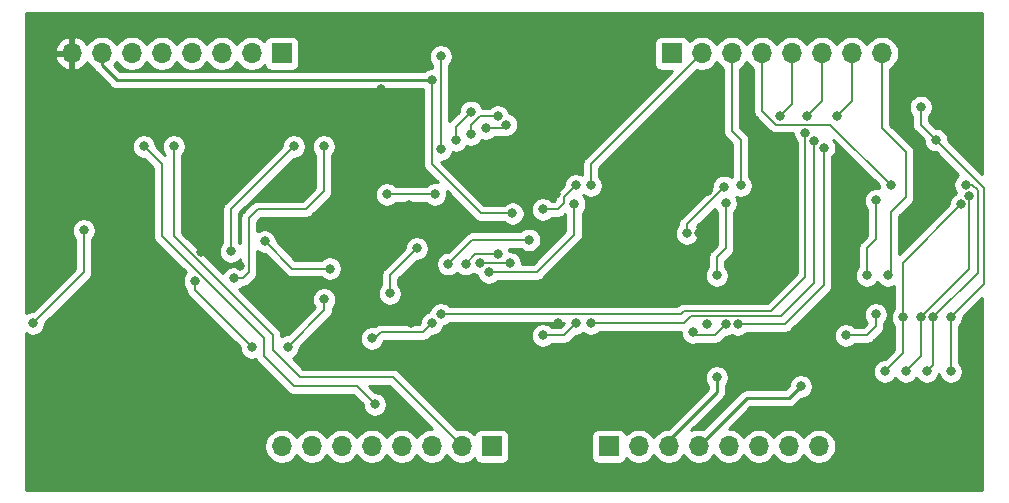
<source format=gbr>
%TF.GenerationSoftware,KiCad,Pcbnew,(5.1.10-1-10_14)*%
%TF.CreationDate,2021-10-20T01:40:30-04:00*%
%TF.ProjectId,ALU-RHS-bitwise,414c552d-5248-4532-9d62-697477697365,rev?*%
%TF.SameCoordinates,Original*%
%TF.FileFunction,Copper,L2,Bot*%
%TF.FilePolarity,Positive*%
%FSLAX46Y46*%
G04 Gerber Fmt 4.6, Leading zero omitted, Abs format (unit mm)*
G04 Created by KiCad (PCBNEW (5.1.10-1-10_14)) date 2021-10-20 01:40:30*
%MOMM*%
%LPD*%
G01*
G04 APERTURE LIST*
%TA.AperFunction,ComponentPad*%
%ADD10R,1.700000X1.700000*%
%TD*%
%TA.AperFunction,ComponentPad*%
%ADD11O,1.700000X1.700000*%
%TD*%
%TA.AperFunction,ViaPad*%
%ADD12C,0.800000*%
%TD*%
%TA.AperFunction,Conductor*%
%ADD13C,0.200000*%
%TD*%
%TA.AperFunction,Conductor*%
%ADD14C,0.250000*%
%TD*%
%TA.AperFunction,Conductor*%
%ADD15C,0.254000*%
%TD*%
%TA.AperFunction,Conductor*%
%ADD16C,0.100000*%
%TD*%
G04 APERTURE END LIST*
D10*
%TO.P,J4,1*%
%TO.N,RHS7*%
X189230000Y-106426000D03*
D11*
%TO.P,J4,2*%
%TO.N,RHS6*%
X186690000Y-106426000D03*
%TO.P,J4,3*%
%TO.N,RHS5*%
X184150000Y-106426000D03*
%TO.P,J4,4*%
%TO.N,RHS4*%
X181610000Y-106426000D03*
%TO.P,J4,5*%
%TO.N,RHS3*%
X179070000Y-106426000D03*
%TO.P,J4,6*%
%TO.N,RHS2*%
X176530000Y-106426000D03*
%TO.P,J4,7*%
%TO.N,RHS1*%
X173990000Y-106426000D03*
%TO.P,J4,8*%
%TO.N,RHS0*%
X171450000Y-106426000D03*
%TD*%
%TO.P,J3,8*%
%TO.N,BUS7*%
X216916000Y-106426000D03*
%TO.P,J3,7*%
%TO.N,BUS6*%
X214376000Y-106426000D03*
%TO.P,J3,6*%
%TO.N,BUS5*%
X211836000Y-106426000D03*
%TO.P,J3,5*%
%TO.N,BUS4*%
X209296000Y-106426000D03*
%TO.P,J3,4*%
%TO.N,BUS3*%
X206756000Y-106426000D03*
%TO.P,J3,3*%
%TO.N,BUS2*%
X204216000Y-106426000D03*
%TO.P,J3,2*%
%TO.N,BUS1*%
X201676000Y-106426000D03*
D10*
%TO.P,J3,1*%
%TO.N,BUS0*%
X199136000Y-106426000D03*
%TD*%
D11*
%TO.P,J2,8*%
%TO.N,LHS7*%
X222250000Y-73152000D03*
%TO.P,J2,7*%
%TO.N,LHS6*%
X219710000Y-73152000D03*
%TO.P,J2,6*%
%TO.N,LHS5*%
X217170000Y-73152000D03*
%TO.P,J2,5*%
%TO.N,LHS4*%
X214630000Y-73152000D03*
%TO.P,J2,4*%
%TO.N,LHS3*%
X212090000Y-73152000D03*
%TO.P,J2,3*%
%TO.N,LHS2*%
X209550000Y-73152000D03*
%TO.P,J2,2*%
%TO.N,LHS1*%
X207010000Y-73152000D03*
D10*
%TO.P,J2,1*%
%TO.N,LHS0*%
X204470000Y-73152000D03*
%TD*%
D11*
%TO.P,J1,8*%
%TO.N,VCC*%
X153670000Y-73152000D03*
%TO.P,J1,7*%
%TO.N,GND*%
X156210000Y-73152000D03*
%TO.P,J1,6*%
%TO.N,CLOCK*%
X158750000Y-73152000D03*
%TO.P,J1,5*%
%TO.N,RHS_LOAD*%
X161290000Y-73152000D03*
%TO.P,J1,4*%
%TO.N,BIT0*%
X163830000Y-73152000D03*
%TO.P,J1,3*%
%TO.N,BIT1*%
X166370000Y-73152000D03*
%TO.P,J1,2*%
%TO.N,BIT2*%
X168910000Y-73152000D03*
D10*
%TO.P,J1,1*%
%TO.N,BIT3*%
X171450000Y-73152000D03*
%TD*%
D12*
%TO.N,VCC*%
X182372000Y-96012000D03*
X207518000Y-84836000D03*
X220218000Y-95758000D03*
X220218000Y-84836000D03*
X194699892Y-85030946D03*
X207474797Y-96096021D03*
X206756000Y-93472000D03*
X206739900Y-88377046D03*
X194818000Y-96012000D03*
X167894000Y-91186000D03*
X164608503Y-89958539D03*
X182245000Y-85979000D03*
X179832000Y-76200000D03*
X182118000Y-81026000D03*
%TO.N,GND*%
X219202000Y-97028000D03*
X221742000Y-95250000D03*
X208915000Y-84455000D03*
X196342000Y-84328000D03*
X193548000Y-86360000D03*
X206248000Y-96774000D03*
X196342000Y-96012000D03*
X184150000Y-96012000D03*
X179070000Y-97282000D03*
X209042000Y-96096021D03*
X205740000Y-88392000D03*
X193548000Y-97028000D03*
X168910000Y-98044000D03*
X190986812Y-86703029D03*
X164097342Y-92443307D03*
X184404000Y-85090000D03*
X180340000Y-85090000D03*
X184150000Y-75438000D03*
%TO.N,/RHS Bitwise/Q4*%
X171958000Y-97991924D03*
X175033488Y-93982446D03*
%TO.N,/RHS Bitwise/Q1*%
X188722000Y-79502000D03*
X190454963Y-79197182D03*
%TO.N,/RHS Bitwise/Q5*%
X188214000Y-90932000D03*
X190754000Y-90932000D03*
%TO.N,/RHS Bitwise/Q2*%
X187452000Y-80010000D03*
X189738000Y-78500054D03*
%TO.N,/RHS Bitwise/Q6*%
X189738000Y-90170000D03*
X187022761Y-90993990D03*
%TO.N,/RHS Bitwise/Q3*%
X186182000Y-80518000D03*
X187452000Y-78100043D03*
%TO.N,/RHS Bitwise/Q7*%
X185550611Y-90993990D03*
X192382134Y-88956846D03*
%TO.N,CLOCK*%
X154686000Y-88138000D03*
X150368000Y-96012020D03*
%TO.N,BIT0*%
X226832500Y-80507500D03*
X228092000Y-95504000D03*
X225552000Y-77700032D03*
X228092000Y-100076014D03*
%TO.N,BIT1*%
X226568000Y-95504000D03*
X229350537Y-84292719D03*
X226060000Y-100076000D03*
%TO.N,BIT2*%
X225552000Y-95504000D03*
X229659411Y-85243834D03*
X224282000Y-100076000D03*
%TO.N,BIT3*%
X224028000Y-95504000D03*
X228947737Y-85946361D03*
X222504008Y-100076000D03*
%TO.N,LHS7*%
X222758000Y-91948000D03*
%TO.N,LHS6*%
X210058000Y-96096021D03*
X218440000Y-78500054D03*
X217341739Y-81153088D03*
%TO.N,LHS5*%
X197612000Y-96012000D03*
X216537890Y-80558235D03*
X215900006Y-78500054D03*
%TO.N,LHS4*%
X184912000Y-95250000D03*
X215785017Y-79900066D03*
X213614000Y-78500084D03*
%TO.N,LHS3*%
X223012000Y-84328000D03*
%TO.N,LHS2*%
X210312000Y-84328000D03*
%TO.N,LHS1*%
X197612000Y-84328000D03*
%TO.N,LHS0*%
X184912000Y-81280000D03*
X184912000Y-73406000D03*
%TO.N,BUS3*%
X220980000Y-91948000D03*
X221742000Y-85598000D03*
X215392000Y-101346000D03*
%TO.N,BUS2*%
X208280000Y-100584000D03*
X208280000Y-91948000D03*
X209042000Y-85852000D03*
%TO.N,BUS1*%
X188976000Y-91694000D03*
X196206108Y-85911054D03*
%TO.N,BUS0*%
X180594000Y-93472000D03*
X182880000Y-89662000D03*
%TO.N,RHS0*%
X167386000Y-92202000D03*
X175006000Y-81026000D03*
%TO.N,RHS1*%
X172466000Y-81026000D03*
X167132000Y-89916000D03*
%TO.N,RHS6*%
X162306000Y-81026000D03*
%TO.N,RHS7*%
X159766000Y-81026000D03*
X179324000Y-102870000D03*
%TO.N,/RHS Bitwise/LOAD*%
X175514000Y-91382401D03*
X169998661Y-89074278D03*
%TD*%
D13*
%TO.N,VCC*%
X206756000Y-88393146D02*
X206739900Y-88377046D01*
X206756000Y-93472000D02*
X206756000Y-88393146D01*
X165835964Y-91186000D02*
X164608503Y-89958539D01*
X167894000Y-91186000D02*
X165835964Y-91186000D01*
X182372000Y-96012000D02*
X182372000Y-92710000D01*
X182372000Y-92710000D02*
X184150000Y-90932000D01*
X184150000Y-90932000D02*
X184150000Y-88138000D01*
X184150000Y-88138000D02*
X182118000Y-86106000D01*
X182118000Y-86106000D02*
X182245000Y-85979000D01*
X179832000Y-76200000D02*
X179832000Y-78740000D01*
X179832000Y-78740000D02*
X182118000Y-81026000D01*
%TO.N,GND*%
X219202000Y-97028000D02*
X220980000Y-97028000D01*
X221742000Y-96266000D02*
X221742000Y-95250000D01*
X220980000Y-97028000D02*
X221742000Y-96266000D01*
X196342000Y-84328000D02*
X195326000Y-85344000D01*
X195326000Y-85344000D02*
X195326000Y-85852000D01*
X195326000Y-85852000D02*
X194818000Y-86360000D01*
X194818000Y-86360000D02*
X193548000Y-86360000D01*
X184150000Y-96012000D02*
X183388000Y-96774000D01*
X183388000Y-96774000D02*
X179832000Y-96774000D01*
X179324000Y-97282000D02*
X179070000Y-97282000D01*
X179832000Y-96774000D02*
X179324000Y-97282000D01*
X208110021Y-97028000D02*
X209042000Y-96096021D01*
X206502000Y-97028000D02*
X208110021Y-97028000D01*
X206248000Y-96774000D02*
X206502000Y-97028000D01*
X208915000Y-84455000D02*
X205740000Y-87630000D01*
X205740000Y-87630000D02*
X205740000Y-88392000D01*
X195326000Y-97028000D02*
X193548000Y-97028000D01*
X196342000Y-96012000D02*
X195326000Y-97028000D01*
X163856035Y-92202000D02*
X164097342Y-92443307D01*
X168910000Y-98044000D02*
X164097342Y-93231342D01*
X164097342Y-93231342D02*
X164097342Y-92443307D01*
X184404000Y-85090000D02*
X180340000Y-85090000D01*
X184150000Y-82550000D02*
X184150000Y-75438000D01*
X188303029Y-86703029D02*
X184150000Y-82550000D01*
X190986812Y-86703029D02*
X188303029Y-86703029D01*
D14*
X184150000Y-75438000D02*
X157480000Y-75438000D01*
X156210000Y-74168000D02*
X156210000Y-73152000D01*
X157480000Y-75438000D02*
X156210000Y-74168000D01*
D13*
%TO.N,/RHS Bitwise/Q4*%
X175033488Y-94916436D02*
X175033488Y-93982446D01*
X171958000Y-97991924D02*
X175033488Y-94916436D01*
%TO.N,/RHS Bitwise/Q1*%
X190150145Y-79502000D02*
X190454963Y-79197182D01*
X188722000Y-79502000D02*
X190150145Y-79502000D01*
%TO.N,/RHS Bitwise/Q5*%
X188214000Y-90932000D02*
X190754000Y-90932000D01*
%TO.N,/RHS Bitwise/Q2*%
X187452000Y-79248000D02*
X188199946Y-78500054D01*
X187452000Y-80010000D02*
X187452000Y-79248000D01*
X188199946Y-78500054D02*
X189738000Y-78500054D01*
%TO.N,/RHS Bitwise/Q6*%
X189738000Y-90170000D02*
X187846751Y-90170000D01*
X187846751Y-90170000D02*
X187022761Y-90993990D01*
%TO.N,/RHS Bitwise/Q3*%
X186182000Y-80518000D02*
X186182000Y-79370043D01*
X186182000Y-79370043D02*
X187452000Y-78100043D01*
%TO.N,/RHS Bitwise/Q7*%
X187587755Y-88956846D02*
X185550611Y-90993990D01*
X192382134Y-88956846D02*
X187587755Y-88956846D01*
%TO.N,CLOCK*%
X154686000Y-88138000D02*
X154686000Y-91694020D01*
X154686000Y-91694020D02*
X150368000Y-96012020D01*
%TO.N,BIT0*%
X226832500Y-80507500D02*
X230886000Y-84561000D01*
X230886000Y-92710000D02*
X228092000Y-95504000D01*
X230886000Y-84561000D02*
X230886000Y-92710000D01*
X226832500Y-80507500D02*
X225552000Y-79227000D01*
X225552000Y-79227000D02*
X225552000Y-77700032D01*
X228092000Y-95504000D02*
X228092000Y-100076014D01*
%TO.N,BIT1*%
X230359412Y-84735909D02*
X229916222Y-84292719D01*
X229916222Y-84292719D02*
X229350537Y-84292719D01*
X230359412Y-91712588D02*
X230359412Y-84735909D01*
X226568000Y-95504000D02*
X230359412Y-91712588D01*
X226568000Y-95504000D02*
X226568000Y-99568000D01*
X226568000Y-99568000D02*
X226060000Y-100076000D01*
%TO.N,BIT2*%
X225552000Y-95504000D02*
X229659411Y-91396589D01*
X229659411Y-91396589D02*
X229659411Y-85243834D01*
X225552000Y-98806000D02*
X224282000Y-100076000D01*
X225552000Y-95504000D02*
X225552000Y-98806000D01*
%TO.N,BIT3*%
X224028000Y-90866098D02*
X228947737Y-85946361D01*
X224028000Y-95504000D02*
X224028000Y-90866098D01*
X224028000Y-98552008D02*
X222504008Y-100076000D01*
X224028000Y-95504000D02*
X224028000Y-98552008D01*
%TO.N,LHS7*%
X222250000Y-73152000D02*
X222250000Y-79502000D01*
X222250000Y-79502000D02*
X224282000Y-81534000D01*
X224282000Y-81534000D02*
X224282000Y-85344000D01*
X224282000Y-85344000D02*
X223012000Y-86614000D01*
X223012000Y-86614000D02*
X223012000Y-91694000D01*
X223012000Y-91694000D02*
X222758000Y-91948000D01*
%TO.N,LHS6*%
X210058000Y-96096021D02*
X214037979Y-96096021D01*
X219710000Y-77230054D02*
X218440000Y-78500054D01*
X214037979Y-96096021D02*
X217341739Y-92792261D01*
X219710000Y-73152000D02*
X219710000Y-77230054D01*
X217341739Y-92792261D02*
X217341739Y-81153088D01*
%TO.N,LHS5*%
X206101989Y-95396011D02*
X213721989Y-95396011D01*
X213721989Y-95396011D02*
X216537890Y-92580110D01*
X217170000Y-73152000D02*
X217170000Y-77230060D01*
X216040024Y-78360036D02*
X215900006Y-78500054D01*
X205486000Y-96012000D02*
X206101989Y-95396011D01*
X217170000Y-77230060D02*
X215900006Y-78500054D01*
X197612000Y-96012000D02*
X205486000Y-96012000D01*
X216040024Y-78232000D02*
X216040024Y-78360036D01*
X216537890Y-92580110D02*
X216537890Y-80558235D01*
%TO.N,LHS4*%
X205486000Y-94996000D02*
X212852000Y-94996000D01*
X205232000Y-95250000D02*
X205486000Y-94996000D01*
X184912000Y-95250000D02*
X205232000Y-95250000D01*
X215785017Y-92062983D02*
X215785017Y-79900066D01*
X214630000Y-77484084D02*
X213614000Y-78500084D01*
X212852000Y-94996000D02*
X215785017Y-92062983D01*
X214630000Y-73152000D02*
X214630000Y-77484084D01*
%TO.N,LHS3*%
X213277999Y-79200085D02*
X215563975Y-79200085D01*
X212090000Y-78012086D02*
X213277999Y-79200085D01*
X215564004Y-79200056D02*
X217884056Y-79200056D01*
X212090000Y-73152000D02*
X212090000Y-78012086D01*
X217884056Y-79200056D02*
X223012000Y-84328000D01*
X215563975Y-79200085D02*
X215564004Y-79200056D01*
%TO.N,LHS2*%
X209550000Y-73152000D02*
X209550000Y-79756000D01*
X209550000Y-79756000D02*
X210312000Y-80518000D01*
X210312000Y-80518000D02*
X210312000Y-84328000D01*
%TO.N,LHS1*%
X207010000Y-73152000D02*
X197612000Y-82550000D01*
X197612000Y-82550000D02*
X197612000Y-84328000D01*
%TO.N,LHS0*%
X184912000Y-81280000D02*
X184912000Y-73406000D01*
%TO.N,BUS3*%
X220980000Y-91948000D02*
X220980000Y-89662000D01*
X220980000Y-89662000D02*
X221742000Y-88900000D01*
X221742000Y-88900000D02*
X221742000Y-85598000D01*
D14*
X210820000Y-102362000D02*
X206756000Y-106426000D01*
X214376000Y-102362000D02*
X210820000Y-102362000D01*
X215392000Y-101346000D02*
X214376000Y-102362000D01*
D13*
%TO.N,BUS2*%
X208280000Y-91948000D02*
X208280000Y-90424000D01*
X208280000Y-90424000D02*
X209042000Y-89662000D01*
X209042000Y-89662000D02*
X209042000Y-85852000D01*
D14*
X208280000Y-100584000D02*
X208280000Y-101854000D01*
X204216000Y-105918000D02*
X204216000Y-106426000D01*
X208280000Y-101854000D02*
X204216000Y-105918000D01*
D13*
%TO.N,BUS1*%
X188976000Y-91694000D02*
X193040000Y-91694000D01*
X196206108Y-88527892D02*
X196206108Y-85911054D01*
X193040000Y-91694000D02*
X196206108Y-88527892D01*
%TO.N,BUS0*%
X180594000Y-93472000D02*
X180594000Y-91948000D01*
X180594000Y-91948000D02*
X182880000Y-89662000D01*
%TO.N,RHS0*%
X167386000Y-92456000D02*
X167386000Y-92202000D01*
X168148000Y-92202000D02*
X167386000Y-92202000D01*
X168656000Y-91694000D02*
X168148000Y-92202000D01*
X168656000Y-87122000D02*
X168656000Y-91694000D01*
X175006000Y-84836000D02*
X173482000Y-86360000D01*
X169418000Y-86360000D02*
X168656000Y-87122000D01*
X173482000Y-86360000D02*
X169418000Y-86360000D01*
X175006000Y-81026000D02*
X175006000Y-84836000D01*
%TO.N,RHS1*%
X167132000Y-86360000D02*
X167132000Y-89916000D01*
X172466000Y-81026000D02*
X167132000Y-86360000D01*
%TO.N,RHS6*%
X180848000Y-100584000D02*
X186690000Y-106426000D01*
X162306000Y-88646000D02*
X170688000Y-97028000D01*
X170688000Y-98298000D02*
X172974000Y-100584000D01*
X170688000Y-97028000D02*
X170688000Y-98298000D01*
X172974000Y-100584000D02*
X180848000Y-100584000D01*
X162306000Y-81026000D02*
X162306000Y-88646000D01*
%TO.N,RHS7*%
X159766000Y-81026000D02*
X161290000Y-82550000D01*
X161290000Y-82550000D02*
X161290000Y-88646000D01*
X161290000Y-88646000D02*
X169926000Y-97282000D01*
X169926000Y-97282000D02*
X169926000Y-98806000D01*
X169926000Y-98806000D02*
X172466000Y-101346000D01*
X172466000Y-101346000D02*
X177800000Y-101346000D01*
X177800000Y-101346000D02*
X179324000Y-102870000D01*
%TO.N,/RHS Bitwise/LOAD*%
X172306784Y-91382401D02*
X169998661Y-89074278D01*
X175514000Y-91382401D02*
X172306784Y-91382401D01*
%TD*%
D15*
%TO.N,VCC*%
X230734001Y-70579581D02*
X230734001Y-83369554D01*
X227867500Y-80503054D01*
X227867500Y-80405561D01*
X227827726Y-80205602D01*
X227749705Y-80017244D01*
X227636437Y-79847726D01*
X227492274Y-79703563D01*
X227322756Y-79590295D01*
X227134398Y-79512274D01*
X226934439Y-79472500D01*
X226836947Y-79472500D01*
X226287000Y-78922554D01*
X226287000Y-78428743D01*
X226355937Y-78359806D01*
X226469205Y-78190288D01*
X226547226Y-78001930D01*
X226587000Y-77801971D01*
X226587000Y-77598093D01*
X226547226Y-77398134D01*
X226469205Y-77209776D01*
X226355937Y-77040258D01*
X226211774Y-76896095D01*
X226042256Y-76782827D01*
X225853898Y-76704806D01*
X225653939Y-76665032D01*
X225450061Y-76665032D01*
X225250102Y-76704806D01*
X225061744Y-76782827D01*
X224892226Y-76896095D01*
X224748063Y-77040258D01*
X224634795Y-77209776D01*
X224556774Y-77398134D01*
X224517000Y-77598093D01*
X224517000Y-77801971D01*
X224556774Y-78001930D01*
X224634795Y-78190288D01*
X224748063Y-78359806D01*
X224817001Y-78428744D01*
X224817000Y-79190895D01*
X224813444Y-79227000D01*
X224827635Y-79371085D01*
X224836425Y-79400061D01*
X224869663Y-79509632D01*
X224937913Y-79637319D01*
X225029762Y-79749237D01*
X225057808Y-79772254D01*
X225797500Y-80511947D01*
X225797500Y-80609439D01*
X225837274Y-80809398D01*
X225915295Y-80997756D01*
X226028563Y-81167274D01*
X226172726Y-81311437D01*
X226342244Y-81424705D01*
X226530602Y-81502726D01*
X226730561Y-81542500D01*
X226828054Y-81542500D01*
X228740861Y-83455308D01*
X228690763Y-83488782D01*
X228546600Y-83632945D01*
X228433332Y-83802463D01*
X228355311Y-83990821D01*
X228315537Y-84190780D01*
X228315537Y-84394658D01*
X228355311Y-84594617D01*
X228433332Y-84782975D01*
X228546600Y-84952493D01*
X228574706Y-84980599D01*
X228457481Y-85029156D01*
X228287963Y-85142424D01*
X228143800Y-85286587D01*
X228030532Y-85456105D01*
X227952511Y-85644463D01*
X227912737Y-85844422D01*
X227912737Y-85941914D01*
X223747000Y-90107652D01*
X223747000Y-86918446D01*
X224776194Y-85889253D01*
X224804238Y-85866238D01*
X224896087Y-85754320D01*
X224964337Y-85626633D01*
X225006365Y-85488085D01*
X225017000Y-85380105D01*
X225017000Y-85380096D01*
X225020555Y-85344001D01*
X225017000Y-85307906D01*
X225017000Y-81570105D01*
X225020556Y-81534000D01*
X225006365Y-81389915D01*
X224964337Y-81251367D01*
X224896087Y-81123680D01*
X224836562Y-81051149D01*
X224827253Y-81039806D01*
X224827250Y-81039803D01*
X224804237Y-81011762D01*
X224776197Y-80988750D01*
X222985000Y-79197554D01*
X222985000Y-74446883D01*
X223196632Y-74305475D01*
X223403475Y-74098632D01*
X223565990Y-73855411D01*
X223677932Y-73585158D01*
X223735000Y-73298260D01*
X223735000Y-73005740D01*
X223677932Y-72718842D01*
X223565990Y-72448589D01*
X223403475Y-72205368D01*
X223196632Y-71998525D01*
X222953411Y-71836010D01*
X222683158Y-71724068D01*
X222396260Y-71667000D01*
X222103740Y-71667000D01*
X221816842Y-71724068D01*
X221546589Y-71836010D01*
X221303368Y-71998525D01*
X221096525Y-72205368D01*
X220980000Y-72379760D01*
X220863475Y-72205368D01*
X220656632Y-71998525D01*
X220413411Y-71836010D01*
X220143158Y-71724068D01*
X219856260Y-71667000D01*
X219563740Y-71667000D01*
X219276842Y-71724068D01*
X219006589Y-71836010D01*
X218763368Y-71998525D01*
X218556525Y-72205368D01*
X218440000Y-72379760D01*
X218323475Y-72205368D01*
X218116632Y-71998525D01*
X217873411Y-71836010D01*
X217603158Y-71724068D01*
X217316260Y-71667000D01*
X217023740Y-71667000D01*
X216736842Y-71724068D01*
X216466589Y-71836010D01*
X216223368Y-71998525D01*
X216016525Y-72205368D01*
X215900000Y-72379760D01*
X215783475Y-72205368D01*
X215576632Y-71998525D01*
X215333411Y-71836010D01*
X215063158Y-71724068D01*
X214776260Y-71667000D01*
X214483740Y-71667000D01*
X214196842Y-71724068D01*
X213926589Y-71836010D01*
X213683368Y-71998525D01*
X213476525Y-72205368D01*
X213360000Y-72379760D01*
X213243475Y-72205368D01*
X213036632Y-71998525D01*
X212793411Y-71836010D01*
X212523158Y-71724068D01*
X212236260Y-71667000D01*
X211943740Y-71667000D01*
X211656842Y-71724068D01*
X211386589Y-71836010D01*
X211143368Y-71998525D01*
X210936525Y-72205368D01*
X210820000Y-72379760D01*
X210703475Y-72205368D01*
X210496632Y-71998525D01*
X210253411Y-71836010D01*
X209983158Y-71724068D01*
X209696260Y-71667000D01*
X209403740Y-71667000D01*
X209116842Y-71724068D01*
X208846589Y-71836010D01*
X208603368Y-71998525D01*
X208396525Y-72205368D01*
X208280000Y-72379760D01*
X208163475Y-72205368D01*
X207956632Y-71998525D01*
X207713411Y-71836010D01*
X207443158Y-71724068D01*
X207156260Y-71667000D01*
X206863740Y-71667000D01*
X206576842Y-71724068D01*
X206306589Y-71836010D01*
X206063368Y-71998525D01*
X205931513Y-72130380D01*
X205909502Y-72057820D01*
X205850537Y-71947506D01*
X205771185Y-71850815D01*
X205674494Y-71771463D01*
X205564180Y-71712498D01*
X205444482Y-71676188D01*
X205320000Y-71663928D01*
X203620000Y-71663928D01*
X203495518Y-71676188D01*
X203375820Y-71712498D01*
X203265506Y-71771463D01*
X203168815Y-71850815D01*
X203089463Y-71947506D01*
X203030498Y-72057820D01*
X202994188Y-72177518D01*
X202981928Y-72302000D01*
X202981928Y-74002000D01*
X202994188Y-74126482D01*
X203030498Y-74246180D01*
X203089463Y-74356494D01*
X203168815Y-74453185D01*
X203265506Y-74532537D01*
X203375820Y-74591502D01*
X203495518Y-74627812D01*
X203620000Y-74640072D01*
X204482481Y-74640072D01*
X197117808Y-82004746D01*
X197089762Y-82027763D01*
X196997913Y-82139681D01*
X196929663Y-82267368D01*
X196915214Y-82315000D01*
X196887635Y-82405915D01*
X196873444Y-82550000D01*
X196877000Y-82586104D01*
X196877001Y-83440692D01*
X196832256Y-83410795D01*
X196643898Y-83332774D01*
X196443939Y-83293000D01*
X196240061Y-83293000D01*
X196040102Y-83332774D01*
X195851744Y-83410795D01*
X195682226Y-83524063D01*
X195538063Y-83668226D01*
X195424795Y-83837744D01*
X195346774Y-84026102D01*
X195307000Y-84226061D01*
X195307000Y-84323554D01*
X194831808Y-84798746D01*
X194803762Y-84821763D01*
X194711913Y-84933681D01*
X194643663Y-85061368D01*
X194619075Y-85142424D01*
X194601635Y-85199915D01*
X194587444Y-85344000D01*
X194591000Y-85380105D01*
X194591000Y-85547553D01*
X194513554Y-85625000D01*
X194276711Y-85625000D01*
X194207774Y-85556063D01*
X194038256Y-85442795D01*
X193849898Y-85364774D01*
X193649939Y-85325000D01*
X193446061Y-85325000D01*
X193246102Y-85364774D01*
X193057744Y-85442795D01*
X192888226Y-85556063D01*
X192744063Y-85700226D01*
X192630795Y-85869744D01*
X192552774Y-86058102D01*
X192513000Y-86258061D01*
X192513000Y-86461939D01*
X192552774Y-86661898D01*
X192630795Y-86850256D01*
X192744063Y-87019774D01*
X192888226Y-87163937D01*
X193057744Y-87277205D01*
X193246102Y-87355226D01*
X193446061Y-87395000D01*
X193649939Y-87395000D01*
X193849898Y-87355226D01*
X194038256Y-87277205D01*
X194207774Y-87163937D01*
X194276711Y-87095000D01*
X194781895Y-87095000D01*
X194818000Y-87098556D01*
X194854105Y-87095000D01*
X194962085Y-87084365D01*
X195100633Y-87042337D01*
X195228320Y-86974087D01*
X195340238Y-86882238D01*
X195363258Y-86854188D01*
X195471109Y-86746338D01*
X195471108Y-88223445D01*
X192735554Y-90959000D01*
X191789000Y-90959000D01*
X191789000Y-90830061D01*
X191749226Y-90630102D01*
X191671205Y-90441744D01*
X191557937Y-90272226D01*
X191413774Y-90128063D01*
X191244256Y-90014795D01*
X191055898Y-89936774D01*
X190855939Y-89897000D01*
X190738974Y-89897000D01*
X190733226Y-89868102D01*
X190660218Y-89691846D01*
X191653423Y-89691846D01*
X191722360Y-89760783D01*
X191891878Y-89874051D01*
X192080236Y-89952072D01*
X192280195Y-89991846D01*
X192484073Y-89991846D01*
X192684032Y-89952072D01*
X192872390Y-89874051D01*
X193041908Y-89760783D01*
X193186071Y-89616620D01*
X193299339Y-89447102D01*
X193377360Y-89258744D01*
X193417134Y-89058785D01*
X193417134Y-88854907D01*
X193377360Y-88654948D01*
X193299339Y-88466590D01*
X193186071Y-88297072D01*
X193041908Y-88152909D01*
X192872390Y-88039641D01*
X192684032Y-87961620D01*
X192484073Y-87921846D01*
X192280195Y-87921846D01*
X192080236Y-87961620D01*
X191891878Y-88039641D01*
X191722360Y-88152909D01*
X191653423Y-88221846D01*
X187623860Y-88221846D01*
X187587755Y-88218290D01*
X187443670Y-88232481D01*
X187305121Y-88274509D01*
X187190600Y-88335722D01*
X187177435Y-88342759D01*
X187065517Y-88434608D01*
X187042501Y-88462653D01*
X185546165Y-89958990D01*
X185448672Y-89958990D01*
X185248713Y-89998764D01*
X185060355Y-90076785D01*
X184890837Y-90190053D01*
X184746674Y-90334216D01*
X184633406Y-90503734D01*
X184555385Y-90692092D01*
X184515611Y-90892051D01*
X184515611Y-91095929D01*
X184555385Y-91295888D01*
X184633406Y-91484246D01*
X184746674Y-91653764D01*
X184890837Y-91797927D01*
X185060355Y-91911195D01*
X185248713Y-91989216D01*
X185448672Y-92028990D01*
X185652550Y-92028990D01*
X185852509Y-91989216D01*
X186040867Y-91911195D01*
X186210385Y-91797927D01*
X186286686Y-91721626D01*
X186362987Y-91797927D01*
X186532505Y-91911195D01*
X186720863Y-91989216D01*
X186920822Y-92028990D01*
X187124700Y-92028990D01*
X187324659Y-91989216D01*
X187513017Y-91911195D01*
X187664768Y-91809799D01*
X187723744Y-91849205D01*
X187912102Y-91927226D01*
X187969381Y-91938619D01*
X187980774Y-91995898D01*
X188058795Y-92184256D01*
X188172063Y-92353774D01*
X188316226Y-92497937D01*
X188485744Y-92611205D01*
X188674102Y-92689226D01*
X188874061Y-92729000D01*
X189077939Y-92729000D01*
X189277898Y-92689226D01*
X189466256Y-92611205D01*
X189635774Y-92497937D01*
X189704711Y-92429000D01*
X193003895Y-92429000D01*
X193040000Y-92432556D01*
X193076105Y-92429000D01*
X193184085Y-92418365D01*
X193322633Y-92376337D01*
X193450320Y-92308087D01*
X193562238Y-92216238D01*
X193585259Y-92188187D01*
X196700305Y-89073142D01*
X196728345Y-89050130D01*
X196751358Y-89022089D01*
X196751361Y-89022086D01*
X196786176Y-88979664D01*
X196820195Y-88938212D01*
X196888445Y-88810525D01*
X196930473Y-88671977D01*
X196941108Y-88563997D01*
X196941108Y-88563996D01*
X196944664Y-88527892D01*
X196941108Y-88491787D01*
X196941108Y-86639765D01*
X197010045Y-86570828D01*
X197123313Y-86401310D01*
X197201334Y-86212952D01*
X197241108Y-86012993D01*
X197241108Y-85809115D01*
X197201334Y-85609156D01*
X197123313Y-85420798D01*
X197010045Y-85251280D01*
X196935191Y-85176426D01*
X196977000Y-85148490D01*
X197121744Y-85245205D01*
X197310102Y-85323226D01*
X197510061Y-85363000D01*
X197713939Y-85363000D01*
X197913898Y-85323226D01*
X198102256Y-85245205D01*
X198271774Y-85131937D01*
X198415937Y-84987774D01*
X198529205Y-84818256D01*
X198607226Y-84629898D01*
X198647000Y-84429939D01*
X198647000Y-84226061D01*
X198607226Y-84026102D01*
X198529205Y-83837744D01*
X198415937Y-83668226D01*
X198347000Y-83599289D01*
X198347000Y-82854446D01*
X206614103Y-74587344D01*
X206863740Y-74637000D01*
X207156260Y-74637000D01*
X207443158Y-74579932D01*
X207713411Y-74467990D01*
X207956632Y-74305475D01*
X208163475Y-74098632D01*
X208280000Y-73924240D01*
X208396525Y-74098632D01*
X208603368Y-74305475D01*
X208815000Y-74446883D01*
X208815001Y-79719885D01*
X208811444Y-79756000D01*
X208825635Y-79900085D01*
X208854790Y-79996193D01*
X208867664Y-80038633D01*
X208935914Y-80166320D01*
X209027763Y-80278238D01*
X209055808Y-80301254D01*
X209577000Y-80822447D01*
X209577001Y-83599288D01*
X209545072Y-83631217D01*
X209405256Y-83537795D01*
X209216898Y-83459774D01*
X209016939Y-83420000D01*
X208813061Y-83420000D01*
X208613102Y-83459774D01*
X208424744Y-83537795D01*
X208255226Y-83651063D01*
X208111063Y-83795226D01*
X207997795Y-83964744D01*
X207919774Y-84153102D01*
X207880000Y-84353061D01*
X207880000Y-84450553D01*
X205245808Y-87084746D01*
X205217762Y-87107763D01*
X205125913Y-87219681D01*
X205057663Y-87347368D01*
X205030161Y-87438029D01*
X205015635Y-87485915D01*
X205001444Y-87630000D01*
X205004748Y-87663541D01*
X204936063Y-87732226D01*
X204822795Y-87901744D01*
X204744774Y-88090102D01*
X204705000Y-88290061D01*
X204705000Y-88493939D01*
X204744774Y-88693898D01*
X204822795Y-88882256D01*
X204936063Y-89051774D01*
X205080226Y-89195937D01*
X205249744Y-89309205D01*
X205438102Y-89387226D01*
X205638061Y-89427000D01*
X205841939Y-89427000D01*
X206041898Y-89387226D01*
X206230256Y-89309205D01*
X206399774Y-89195937D01*
X206543937Y-89051774D01*
X206657205Y-88882256D01*
X206735226Y-88693898D01*
X206775000Y-88493939D01*
X206775000Y-88290061D01*
X206735226Y-88090102D01*
X206657205Y-87901744D01*
X206597323Y-87812123D01*
X208107923Y-86301524D01*
X208124795Y-86342256D01*
X208238063Y-86511774D01*
X208307001Y-86580712D01*
X208307000Y-89357553D01*
X207785808Y-89878746D01*
X207757763Y-89901762D01*
X207665914Y-90013680D01*
X207634570Y-90072321D01*
X207597664Y-90141367D01*
X207555635Y-90279915D01*
X207541444Y-90424000D01*
X207545001Y-90460115D01*
X207545000Y-91219289D01*
X207476063Y-91288226D01*
X207362795Y-91457744D01*
X207284774Y-91646102D01*
X207245000Y-91846061D01*
X207245000Y-92049939D01*
X207284774Y-92249898D01*
X207362795Y-92438256D01*
X207476063Y-92607774D01*
X207620226Y-92751937D01*
X207789744Y-92865205D01*
X207978102Y-92943226D01*
X208178061Y-92983000D01*
X208381939Y-92983000D01*
X208581898Y-92943226D01*
X208770256Y-92865205D01*
X208939774Y-92751937D01*
X209083937Y-92607774D01*
X209197205Y-92438256D01*
X209275226Y-92249898D01*
X209315000Y-92049939D01*
X209315000Y-91846061D01*
X209275226Y-91646102D01*
X209197205Y-91457744D01*
X209083937Y-91288226D01*
X209015000Y-91219289D01*
X209015000Y-90728446D01*
X209536197Y-90207250D01*
X209564237Y-90184238D01*
X209587250Y-90156197D01*
X209587253Y-90156194D01*
X209656087Y-90072320D01*
X209724337Y-89944634D01*
X209766365Y-89806085D01*
X209780556Y-89662000D01*
X209777000Y-89625895D01*
X209777000Y-86580711D01*
X209845937Y-86511774D01*
X209959205Y-86342256D01*
X210037226Y-86153898D01*
X210077000Y-85953939D01*
X210077000Y-85750061D01*
X210037226Y-85550102D01*
X209959205Y-85361744D01*
X209904141Y-85279335D01*
X210010102Y-85323226D01*
X210210061Y-85363000D01*
X210413939Y-85363000D01*
X210613898Y-85323226D01*
X210802256Y-85245205D01*
X210971774Y-85131937D01*
X211115937Y-84987774D01*
X211229205Y-84818256D01*
X211307226Y-84629898D01*
X211347000Y-84429939D01*
X211347000Y-84226061D01*
X211307226Y-84026102D01*
X211229205Y-83837744D01*
X211115937Y-83668226D01*
X211047000Y-83599289D01*
X211047000Y-80554104D01*
X211050556Y-80518000D01*
X211036365Y-80373915D01*
X210994337Y-80235366D01*
X210926087Y-80107680D01*
X210857253Y-80023806D01*
X210857250Y-80023803D01*
X210834237Y-79995762D01*
X210806197Y-79972750D01*
X210285000Y-79451554D01*
X210285000Y-74446883D01*
X210496632Y-74305475D01*
X210703475Y-74098632D01*
X210820000Y-73924240D01*
X210936525Y-74098632D01*
X211143368Y-74305475D01*
X211355000Y-74446883D01*
X211355001Y-77975971D01*
X211351444Y-78012086D01*
X211365635Y-78156171D01*
X211403192Y-78279977D01*
X211407664Y-78294719D01*
X211475914Y-78422406D01*
X211567763Y-78534324D01*
X211595808Y-78557340D01*
X212732745Y-79694278D01*
X212755761Y-79722323D01*
X212867679Y-79814172D01*
X212995366Y-79882422D01*
X213133914Y-79924450D01*
X213241894Y-79935085D01*
X213241903Y-79935085D01*
X213277998Y-79938640D01*
X213314093Y-79935085D01*
X214750017Y-79935085D01*
X214750017Y-80002005D01*
X214789791Y-80201964D01*
X214867812Y-80390322D01*
X214981080Y-80559840D01*
X215050018Y-80628778D01*
X215050017Y-91758536D01*
X212547554Y-94261000D01*
X205522094Y-94261000D01*
X205485999Y-94257445D01*
X205449904Y-94261000D01*
X205449895Y-94261000D01*
X205341915Y-94271635D01*
X205203367Y-94313663D01*
X205075680Y-94381913D01*
X204963762Y-94473762D01*
X204940741Y-94501813D01*
X204927554Y-94515000D01*
X185640711Y-94515000D01*
X185571774Y-94446063D01*
X185402256Y-94332795D01*
X185213898Y-94254774D01*
X185013939Y-94215000D01*
X184810061Y-94215000D01*
X184610102Y-94254774D01*
X184421744Y-94332795D01*
X184252226Y-94446063D01*
X184108063Y-94590226D01*
X183994795Y-94759744D01*
X183916774Y-94948102D01*
X183905381Y-95005381D01*
X183848102Y-95016774D01*
X183659744Y-95094795D01*
X183490226Y-95208063D01*
X183346063Y-95352226D01*
X183232795Y-95521744D01*
X183154774Y-95710102D01*
X183115000Y-95910061D01*
X183115000Y-96007554D01*
X183083554Y-96039000D01*
X179868094Y-96039000D01*
X179831999Y-96035445D01*
X179795904Y-96039000D01*
X179795895Y-96039000D01*
X179687915Y-96049635D01*
X179549367Y-96091663D01*
X179421680Y-96159913D01*
X179309762Y-96251762D01*
X179293780Y-96271236D01*
X179171939Y-96247000D01*
X178968061Y-96247000D01*
X178768102Y-96286774D01*
X178579744Y-96364795D01*
X178410226Y-96478063D01*
X178266063Y-96622226D01*
X178152795Y-96791744D01*
X178074774Y-96980102D01*
X178035000Y-97180061D01*
X178035000Y-97383939D01*
X178074774Y-97583898D01*
X178152795Y-97772256D01*
X178266063Y-97941774D01*
X178410226Y-98085937D01*
X178579744Y-98199205D01*
X178768102Y-98277226D01*
X178968061Y-98317000D01*
X179171939Y-98317000D01*
X179371898Y-98277226D01*
X179560256Y-98199205D01*
X179729774Y-98085937D01*
X179873937Y-97941774D01*
X179987205Y-97772256D01*
X180065226Y-97583898D01*
X180066139Y-97579307D01*
X180136447Y-97509000D01*
X183351895Y-97509000D01*
X183388000Y-97512556D01*
X183424105Y-97509000D01*
X183532085Y-97498365D01*
X183670633Y-97456337D01*
X183798320Y-97388087D01*
X183910238Y-97296238D01*
X183933258Y-97268188D01*
X184154446Y-97047000D01*
X184251939Y-97047000D01*
X184451898Y-97007226D01*
X184640256Y-96929205D01*
X184809774Y-96815937D01*
X184953937Y-96671774D01*
X185067205Y-96502256D01*
X185145226Y-96313898D01*
X185156619Y-96256619D01*
X185213898Y-96245226D01*
X185402256Y-96167205D01*
X185571774Y-96053937D01*
X185640711Y-95985000D01*
X195307000Y-95985000D01*
X195307000Y-96007554D01*
X195021554Y-96293000D01*
X194276711Y-96293000D01*
X194207774Y-96224063D01*
X194038256Y-96110795D01*
X193849898Y-96032774D01*
X193649939Y-95993000D01*
X193446061Y-95993000D01*
X193246102Y-96032774D01*
X193057744Y-96110795D01*
X192888226Y-96224063D01*
X192744063Y-96368226D01*
X192630795Y-96537744D01*
X192552774Y-96726102D01*
X192513000Y-96926061D01*
X192513000Y-97129939D01*
X192552774Y-97329898D01*
X192630795Y-97518256D01*
X192744063Y-97687774D01*
X192888226Y-97831937D01*
X193057744Y-97945205D01*
X193246102Y-98023226D01*
X193446061Y-98063000D01*
X193649939Y-98063000D01*
X193849898Y-98023226D01*
X194038256Y-97945205D01*
X194207774Y-97831937D01*
X194276711Y-97763000D01*
X195289895Y-97763000D01*
X195326000Y-97766556D01*
X195362105Y-97763000D01*
X195470085Y-97752365D01*
X195608633Y-97710337D01*
X195736320Y-97642087D01*
X195848238Y-97550238D01*
X195871258Y-97522188D01*
X196346446Y-97047000D01*
X196443939Y-97047000D01*
X196643898Y-97007226D01*
X196832256Y-96929205D01*
X196977000Y-96832490D01*
X197121744Y-96929205D01*
X197310102Y-97007226D01*
X197510061Y-97047000D01*
X197713939Y-97047000D01*
X197913898Y-97007226D01*
X198102256Y-96929205D01*
X198271774Y-96815937D01*
X198340711Y-96747000D01*
X205213000Y-96747000D01*
X205213000Y-96875939D01*
X205252774Y-97075898D01*
X205330795Y-97264256D01*
X205444063Y-97433774D01*
X205588226Y-97577937D01*
X205757744Y-97691205D01*
X205946102Y-97769226D01*
X206146061Y-97809000D01*
X206349939Y-97809000D01*
X206549898Y-97769226D01*
X206564929Y-97763000D01*
X208073916Y-97763000D01*
X208110021Y-97766556D01*
X208146126Y-97763000D01*
X208254106Y-97752365D01*
X208392654Y-97710337D01*
X208520341Y-97642087D01*
X208632259Y-97550238D01*
X208655279Y-97522188D01*
X209046446Y-97131021D01*
X209143939Y-97131021D01*
X209343898Y-97091247D01*
X209532256Y-97013226D01*
X209550000Y-97001370D01*
X209567744Y-97013226D01*
X209756102Y-97091247D01*
X209956061Y-97131021D01*
X210159939Y-97131021D01*
X210359898Y-97091247D01*
X210548256Y-97013226D01*
X210678707Y-96926061D01*
X218167000Y-96926061D01*
X218167000Y-97129939D01*
X218206774Y-97329898D01*
X218284795Y-97518256D01*
X218398063Y-97687774D01*
X218542226Y-97831937D01*
X218711744Y-97945205D01*
X218900102Y-98023226D01*
X219100061Y-98063000D01*
X219303939Y-98063000D01*
X219503898Y-98023226D01*
X219692256Y-97945205D01*
X219861774Y-97831937D01*
X219930711Y-97763000D01*
X220943895Y-97763000D01*
X220980000Y-97766556D01*
X221016105Y-97763000D01*
X221124085Y-97752365D01*
X221262633Y-97710337D01*
X221390320Y-97642087D01*
X221502238Y-97550238D01*
X221525258Y-97522188D01*
X222236197Y-96811250D01*
X222264237Y-96788238D01*
X222287250Y-96760197D01*
X222287253Y-96760194D01*
X222356087Y-96676320D01*
X222424337Y-96548634D01*
X222466365Y-96410085D01*
X222480556Y-96266000D01*
X222477000Y-96229895D01*
X222477000Y-95978711D01*
X222545937Y-95909774D01*
X222659205Y-95740256D01*
X222737226Y-95551898D01*
X222777000Y-95351939D01*
X222777000Y-95148061D01*
X222737226Y-94948102D01*
X222659205Y-94759744D01*
X222545937Y-94590226D01*
X222401774Y-94446063D01*
X222232256Y-94332795D01*
X222043898Y-94254774D01*
X221843939Y-94215000D01*
X221640061Y-94215000D01*
X221440102Y-94254774D01*
X221251744Y-94332795D01*
X221082226Y-94446063D01*
X220938063Y-94590226D01*
X220824795Y-94759744D01*
X220746774Y-94948102D01*
X220707000Y-95148061D01*
X220707000Y-95351939D01*
X220746774Y-95551898D01*
X220824795Y-95740256D01*
X220938063Y-95909774D01*
X220998421Y-95970132D01*
X220675554Y-96293000D01*
X219930711Y-96293000D01*
X219861774Y-96224063D01*
X219692256Y-96110795D01*
X219503898Y-96032774D01*
X219303939Y-95993000D01*
X219100061Y-95993000D01*
X218900102Y-96032774D01*
X218711744Y-96110795D01*
X218542226Y-96224063D01*
X218398063Y-96368226D01*
X218284795Y-96537744D01*
X218206774Y-96726102D01*
X218167000Y-96926061D01*
X210678707Y-96926061D01*
X210717774Y-96899958D01*
X210786711Y-96831021D01*
X214001874Y-96831021D01*
X214037979Y-96834577D01*
X214074084Y-96831021D01*
X214182064Y-96820386D01*
X214320612Y-96778358D01*
X214448299Y-96710108D01*
X214560217Y-96618259D01*
X214583238Y-96590208D01*
X217835936Y-93337511D01*
X217863976Y-93314499D01*
X217886989Y-93286458D01*
X217886992Y-93286455D01*
X217955825Y-93202582D01*
X217955826Y-93202581D01*
X218024076Y-93074894D01*
X218066104Y-92936346D01*
X218076739Y-92828366D01*
X218076739Y-92828357D01*
X218080294Y-92792262D01*
X218076739Y-92756167D01*
X218076739Y-81881799D01*
X218145676Y-81812862D01*
X218258944Y-81643344D01*
X218336965Y-81454986D01*
X218376739Y-81255027D01*
X218376739Y-81051149D01*
X218336965Y-80851190D01*
X218258944Y-80662832D01*
X218161399Y-80516845D01*
X221977000Y-84332447D01*
X221977000Y-84429939D01*
X222010039Y-84596039D01*
X221843939Y-84563000D01*
X221640061Y-84563000D01*
X221440102Y-84602774D01*
X221251744Y-84680795D01*
X221082226Y-84794063D01*
X220938063Y-84938226D01*
X220824795Y-85107744D01*
X220746774Y-85296102D01*
X220707000Y-85496061D01*
X220707000Y-85699939D01*
X220746774Y-85899898D01*
X220824795Y-86088256D01*
X220938063Y-86257774D01*
X221007001Y-86326712D01*
X221007000Y-88595553D01*
X220485808Y-89116746D01*
X220457763Y-89139762D01*
X220365914Y-89251680D01*
X220324940Y-89328337D01*
X220297664Y-89379367D01*
X220255635Y-89517915D01*
X220241444Y-89662000D01*
X220245001Y-89698115D01*
X220245000Y-91219289D01*
X220176063Y-91288226D01*
X220062795Y-91457744D01*
X219984774Y-91646102D01*
X219945000Y-91846061D01*
X219945000Y-92049939D01*
X219984774Y-92249898D01*
X220062795Y-92438256D01*
X220176063Y-92607774D01*
X220320226Y-92751937D01*
X220489744Y-92865205D01*
X220678102Y-92943226D01*
X220878061Y-92983000D01*
X221081939Y-92983000D01*
X221281898Y-92943226D01*
X221470256Y-92865205D01*
X221639774Y-92751937D01*
X221783937Y-92607774D01*
X221869000Y-92480468D01*
X221954063Y-92607774D01*
X222098226Y-92751937D01*
X222267744Y-92865205D01*
X222456102Y-92943226D01*
X222656061Y-92983000D01*
X222859939Y-92983000D01*
X223059898Y-92943226D01*
X223248256Y-92865205D01*
X223293001Y-92835308D01*
X223293000Y-94775289D01*
X223224063Y-94844226D01*
X223110795Y-95013744D01*
X223032774Y-95202102D01*
X222993000Y-95402061D01*
X222993000Y-95605939D01*
X223032774Y-95805898D01*
X223110795Y-95994256D01*
X223224063Y-96163774D01*
X223293000Y-96232711D01*
X223293001Y-98247560D01*
X222499562Y-99041000D01*
X222402069Y-99041000D01*
X222202110Y-99080774D01*
X222013752Y-99158795D01*
X221844234Y-99272063D01*
X221700071Y-99416226D01*
X221586803Y-99585744D01*
X221508782Y-99774102D01*
X221469008Y-99974061D01*
X221469008Y-100177939D01*
X221508782Y-100377898D01*
X221586803Y-100566256D01*
X221700071Y-100735774D01*
X221844234Y-100879937D01*
X222013752Y-100993205D01*
X222202110Y-101071226D01*
X222402069Y-101111000D01*
X222605947Y-101111000D01*
X222805906Y-101071226D01*
X222994264Y-100993205D01*
X223163782Y-100879937D01*
X223307945Y-100735774D01*
X223393004Y-100608474D01*
X223478063Y-100735774D01*
X223622226Y-100879937D01*
X223791744Y-100993205D01*
X223980102Y-101071226D01*
X224180061Y-101111000D01*
X224383939Y-101111000D01*
X224583898Y-101071226D01*
X224772256Y-100993205D01*
X224941774Y-100879937D01*
X225085937Y-100735774D01*
X225171000Y-100608468D01*
X225256063Y-100735774D01*
X225400226Y-100879937D01*
X225569744Y-100993205D01*
X225758102Y-101071226D01*
X225958061Y-101111000D01*
X226161939Y-101111000D01*
X226361898Y-101071226D01*
X226550256Y-100993205D01*
X226719774Y-100879937D01*
X226863937Y-100735774D01*
X226977205Y-100566256D01*
X227055226Y-100377898D01*
X227075999Y-100273466D01*
X227096774Y-100377912D01*
X227174795Y-100566270D01*
X227288063Y-100735788D01*
X227432226Y-100879951D01*
X227601744Y-100993219D01*
X227790102Y-101071240D01*
X227990061Y-101111014D01*
X228193939Y-101111014D01*
X228393898Y-101071240D01*
X228582256Y-100993219D01*
X228751774Y-100879951D01*
X228895937Y-100735788D01*
X229009205Y-100566270D01*
X229087226Y-100377912D01*
X229127000Y-100177953D01*
X229127000Y-99974075D01*
X229087226Y-99774116D01*
X229009205Y-99585758D01*
X228895937Y-99416240D01*
X228827000Y-99347303D01*
X228827000Y-96232711D01*
X228895937Y-96163774D01*
X229009205Y-95994256D01*
X229087226Y-95805898D01*
X229127000Y-95605939D01*
X229127000Y-95508446D01*
X230734000Y-93901446D01*
X230734000Y-108933582D01*
X230734001Y-110084000D01*
X149758000Y-110084000D01*
X149758000Y-96849215D01*
X149877744Y-96929225D01*
X150066102Y-97007246D01*
X150266061Y-97047020D01*
X150469939Y-97047020D01*
X150669898Y-97007246D01*
X150858256Y-96929225D01*
X151027774Y-96815957D01*
X151171937Y-96671794D01*
X151285205Y-96502276D01*
X151363226Y-96313918D01*
X151403000Y-96113959D01*
X151403000Y-96016466D01*
X155180193Y-92239274D01*
X155208238Y-92216258D01*
X155300087Y-92104340D01*
X155368337Y-91976653D01*
X155404732Y-91856674D01*
X155410365Y-91838106D01*
X155413437Y-91806910D01*
X155421000Y-91730125D01*
X155421000Y-91730118D01*
X155424555Y-91694021D01*
X155421000Y-91657924D01*
X155421000Y-88866711D01*
X155489937Y-88797774D01*
X155603205Y-88628256D01*
X155681226Y-88439898D01*
X155721000Y-88239939D01*
X155721000Y-88036061D01*
X155681226Y-87836102D01*
X155603205Y-87647744D01*
X155489937Y-87478226D01*
X155345774Y-87334063D01*
X155176256Y-87220795D01*
X154987898Y-87142774D01*
X154787939Y-87103000D01*
X154584061Y-87103000D01*
X154384102Y-87142774D01*
X154195744Y-87220795D01*
X154026226Y-87334063D01*
X153882063Y-87478226D01*
X153768795Y-87647744D01*
X153690774Y-87836102D01*
X153651000Y-88036061D01*
X153651000Y-88239939D01*
X153690774Y-88439898D01*
X153768795Y-88628256D01*
X153882063Y-88797774D01*
X153951000Y-88866711D01*
X153951001Y-91389572D01*
X150363554Y-94977020D01*
X150266061Y-94977020D01*
X150066102Y-95016794D01*
X149877744Y-95094815D01*
X149758000Y-95174825D01*
X149758000Y-80924061D01*
X158731000Y-80924061D01*
X158731000Y-81127939D01*
X158770774Y-81327898D01*
X158848795Y-81516256D01*
X158962063Y-81685774D01*
X159106226Y-81829937D01*
X159275744Y-81943205D01*
X159464102Y-82021226D01*
X159664061Y-82061000D01*
X159761554Y-82061000D01*
X160555000Y-82854447D01*
X160555001Y-88609885D01*
X160551444Y-88646000D01*
X160565635Y-88790085D01*
X160598978Y-88900000D01*
X160607664Y-88928633D01*
X160675914Y-89056320D01*
X160767763Y-89168238D01*
X160795808Y-89191254D01*
X163311494Y-91706940D01*
X163241949Y-91791681D01*
X163173699Y-91919367D01*
X163131670Y-92057915D01*
X163130101Y-92073848D01*
X163102116Y-92141409D01*
X163062342Y-92341368D01*
X163062342Y-92545246D01*
X163102116Y-92745205D01*
X163180137Y-92933563D01*
X163293405Y-93103081D01*
X163362342Y-93172018D01*
X163362342Y-93195237D01*
X163358786Y-93231342D01*
X163371508Y-93360512D01*
X163372977Y-93375426D01*
X163415005Y-93513974D01*
X163483255Y-93641661D01*
X163575104Y-93753579D01*
X163603150Y-93776596D01*
X167875000Y-98048447D01*
X167875000Y-98145939D01*
X167914774Y-98345898D01*
X167992795Y-98534256D01*
X168106063Y-98703774D01*
X168250226Y-98847937D01*
X168419744Y-98961205D01*
X168608102Y-99039226D01*
X168808061Y-99079000D01*
X169011939Y-99079000D01*
X169211898Y-99039226D01*
X169226803Y-99033052D01*
X169239300Y-99074246D01*
X169243664Y-99088633D01*
X169311914Y-99216320D01*
X169403763Y-99328238D01*
X169431808Y-99351254D01*
X171920746Y-101840193D01*
X171943762Y-101868238D01*
X172055680Y-101960087D01*
X172183367Y-102028337D01*
X172321915Y-102070365D01*
X172429895Y-102081000D01*
X172429904Y-102081000D01*
X172465999Y-102084555D01*
X172502094Y-102081000D01*
X177495554Y-102081000D01*
X178289000Y-102874447D01*
X178289000Y-102971939D01*
X178328774Y-103171898D01*
X178406795Y-103360256D01*
X178520063Y-103529774D01*
X178664226Y-103673937D01*
X178833744Y-103787205D01*
X179022102Y-103865226D01*
X179222061Y-103905000D01*
X179425939Y-103905000D01*
X179625898Y-103865226D01*
X179814256Y-103787205D01*
X179983774Y-103673937D01*
X180127937Y-103529774D01*
X180241205Y-103360256D01*
X180319226Y-103171898D01*
X180359000Y-102971939D01*
X180359000Y-102768061D01*
X180319226Y-102568102D01*
X180241205Y-102379744D01*
X180127937Y-102210226D01*
X179983774Y-102066063D01*
X179814256Y-101952795D01*
X179625898Y-101874774D01*
X179425939Y-101835000D01*
X179328447Y-101835000D01*
X178812446Y-101319000D01*
X180543554Y-101319000D01*
X184165553Y-104941000D01*
X184003740Y-104941000D01*
X183716842Y-104998068D01*
X183446589Y-105110010D01*
X183203368Y-105272525D01*
X182996525Y-105479368D01*
X182880000Y-105653760D01*
X182763475Y-105479368D01*
X182556632Y-105272525D01*
X182313411Y-105110010D01*
X182043158Y-104998068D01*
X181756260Y-104941000D01*
X181463740Y-104941000D01*
X181176842Y-104998068D01*
X180906589Y-105110010D01*
X180663368Y-105272525D01*
X180456525Y-105479368D01*
X180340000Y-105653760D01*
X180223475Y-105479368D01*
X180016632Y-105272525D01*
X179773411Y-105110010D01*
X179503158Y-104998068D01*
X179216260Y-104941000D01*
X178923740Y-104941000D01*
X178636842Y-104998068D01*
X178366589Y-105110010D01*
X178123368Y-105272525D01*
X177916525Y-105479368D01*
X177800000Y-105653760D01*
X177683475Y-105479368D01*
X177476632Y-105272525D01*
X177233411Y-105110010D01*
X176963158Y-104998068D01*
X176676260Y-104941000D01*
X176383740Y-104941000D01*
X176096842Y-104998068D01*
X175826589Y-105110010D01*
X175583368Y-105272525D01*
X175376525Y-105479368D01*
X175260000Y-105653760D01*
X175143475Y-105479368D01*
X174936632Y-105272525D01*
X174693411Y-105110010D01*
X174423158Y-104998068D01*
X174136260Y-104941000D01*
X173843740Y-104941000D01*
X173556842Y-104998068D01*
X173286589Y-105110010D01*
X173043368Y-105272525D01*
X172836525Y-105479368D01*
X172720000Y-105653760D01*
X172603475Y-105479368D01*
X172396632Y-105272525D01*
X172153411Y-105110010D01*
X171883158Y-104998068D01*
X171596260Y-104941000D01*
X171303740Y-104941000D01*
X171016842Y-104998068D01*
X170746589Y-105110010D01*
X170503368Y-105272525D01*
X170296525Y-105479368D01*
X170134010Y-105722589D01*
X170022068Y-105992842D01*
X169965000Y-106279740D01*
X169965000Y-106572260D01*
X170022068Y-106859158D01*
X170134010Y-107129411D01*
X170296525Y-107372632D01*
X170503368Y-107579475D01*
X170746589Y-107741990D01*
X171016842Y-107853932D01*
X171303740Y-107911000D01*
X171596260Y-107911000D01*
X171883158Y-107853932D01*
X172153411Y-107741990D01*
X172396632Y-107579475D01*
X172603475Y-107372632D01*
X172720000Y-107198240D01*
X172836525Y-107372632D01*
X173043368Y-107579475D01*
X173286589Y-107741990D01*
X173556842Y-107853932D01*
X173843740Y-107911000D01*
X174136260Y-107911000D01*
X174423158Y-107853932D01*
X174693411Y-107741990D01*
X174936632Y-107579475D01*
X175143475Y-107372632D01*
X175260000Y-107198240D01*
X175376525Y-107372632D01*
X175583368Y-107579475D01*
X175826589Y-107741990D01*
X176096842Y-107853932D01*
X176383740Y-107911000D01*
X176676260Y-107911000D01*
X176963158Y-107853932D01*
X177233411Y-107741990D01*
X177476632Y-107579475D01*
X177683475Y-107372632D01*
X177800000Y-107198240D01*
X177916525Y-107372632D01*
X178123368Y-107579475D01*
X178366589Y-107741990D01*
X178636842Y-107853932D01*
X178923740Y-107911000D01*
X179216260Y-107911000D01*
X179503158Y-107853932D01*
X179773411Y-107741990D01*
X180016632Y-107579475D01*
X180223475Y-107372632D01*
X180340000Y-107198240D01*
X180456525Y-107372632D01*
X180663368Y-107579475D01*
X180906589Y-107741990D01*
X181176842Y-107853932D01*
X181463740Y-107911000D01*
X181756260Y-107911000D01*
X182043158Y-107853932D01*
X182313411Y-107741990D01*
X182556632Y-107579475D01*
X182763475Y-107372632D01*
X182880000Y-107198240D01*
X182996525Y-107372632D01*
X183203368Y-107579475D01*
X183446589Y-107741990D01*
X183716842Y-107853932D01*
X184003740Y-107911000D01*
X184296260Y-107911000D01*
X184583158Y-107853932D01*
X184853411Y-107741990D01*
X185096632Y-107579475D01*
X185303475Y-107372632D01*
X185420000Y-107198240D01*
X185536525Y-107372632D01*
X185743368Y-107579475D01*
X185986589Y-107741990D01*
X186256842Y-107853932D01*
X186543740Y-107911000D01*
X186836260Y-107911000D01*
X187123158Y-107853932D01*
X187393411Y-107741990D01*
X187636632Y-107579475D01*
X187768487Y-107447620D01*
X187790498Y-107520180D01*
X187849463Y-107630494D01*
X187928815Y-107727185D01*
X188025506Y-107806537D01*
X188135820Y-107865502D01*
X188255518Y-107901812D01*
X188380000Y-107914072D01*
X190080000Y-107914072D01*
X190204482Y-107901812D01*
X190324180Y-107865502D01*
X190434494Y-107806537D01*
X190531185Y-107727185D01*
X190610537Y-107630494D01*
X190669502Y-107520180D01*
X190705812Y-107400482D01*
X190718072Y-107276000D01*
X190718072Y-105576000D01*
X197647928Y-105576000D01*
X197647928Y-107276000D01*
X197660188Y-107400482D01*
X197696498Y-107520180D01*
X197755463Y-107630494D01*
X197834815Y-107727185D01*
X197931506Y-107806537D01*
X198041820Y-107865502D01*
X198161518Y-107901812D01*
X198286000Y-107914072D01*
X199986000Y-107914072D01*
X200110482Y-107901812D01*
X200230180Y-107865502D01*
X200340494Y-107806537D01*
X200437185Y-107727185D01*
X200516537Y-107630494D01*
X200575502Y-107520180D01*
X200597513Y-107447620D01*
X200729368Y-107579475D01*
X200972589Y-107741990D01*
X201242842Y-107853932D01*
X201529740Y-107911000D01*
X201822260Y-107911000D01*
X202109158Y-107853932D01*
X202379411Y-107741990D01*
X202622632Y-107579475D01*
X202829475Y-107372632D01*
X202946000Y-107198240D01*
X203062525Y-107372632D01*
X203269368Y-107579475D01*
X203512589Y-107741990D01*
X203782842Y-107853932D01*
X204069740Y-107911000D01*
X204362260Y-107911000D01*
X204649158Y-107853932D01*
X204919411Y-107741990D01*
X205162632Y-107579475D01*
X205369475Y-107372632D01*
X205486000Y-107198240D01*
X205602525Y-107372632D01*
X205809368Y-107579475D01*
X206052589Y-107741990D01*
X206322842Y-107853932D01*
X206609740Y-107911000D01*
X206902260Y-107911000D01*
X207189158Y-107853932D01*
X207459411Y-107741990D01*
X207702632Y-107579475D01*
X207909475Y-107372632D01*
X208026000Y-107198240D01*
X208142525Y-107372632D01*
X208349368Y-107579475D01*
X208592589Y-107741990D01*
X208862842Y-107853932D01*
X209149740Y-107911000D01*
X209442260Y-107911000D01*
X209729158Y-107853932D01*
X209999411Y-107741990D01*
X210242632Y-107579475D01*
X210449475Y-107372632D01*
X210566000Y-107198240D01*
X210682525Y-107372632D01*
X210889368Y-107579475D01*
X211132589Y-107741990D01*
X211402842Y-107853932D01*
X211689740Y-107911000D01*
X211982260Y-107911000D01*
X212269158Y-107853932D01*
X212539411Y-107741990D01*
X212782632Y-107579475D01*
X212989475Y-107372632D01*
X213106000Y-107198240D01*
X213222525Y-107372632D01*
X213429368Y-107579475D01*
X213672589Y-107741990D01*
X213942842Y-107853932D01*
X214229740Y-107911000D01*
X214522260Y-107911000D01*
X214809158Y-107853932D01*
X215079411Y-107741990D01*
X215322632Y-107579475D01*
X215529475Y-107372632D01*
X215646000Y-107198240D01*
X215762525Y-107372632D01*
X215969368Y-107579475D01*
X216212589Y-107741990D01*
X216482842Y-107853932D01*
X216769740Y-107911000D01*
X217062260Y-107911000D01*
X217349158Y-107853932D01*
X217619411Y-107741990D01*
X217862632Y-107579475D01*
X218069475Y-107372632D01*
X218231990Y-107129411D01*
X218343932Y-106859158D01*
X218401000Y-106572260D01*
X218401000Y-106279740D01*
X218343932Y-105992842D01*
X218231990Y-105722589D01*
X218069475Y-105479368D01*
X217862632Y-105272525D01*
X217619411Y-105110010D01*
X217349158Y-104998068D01*
X217062260Y-104941000D01*
X216769740Y-104941000D01*
X216482842Y-104998068D01*
X216212589Y-105110010D01*
X215969368Y-105272525D01*
X215762525Y-105479368D01*
X215646000Y-105653760D01*
X215529475Y-105479368D01*
X215322632Y-105272525D01*
X215079411Y-105110010D01*
X214809158Y-104998068D01*
X214522260Y-104941000D01*
X214229740Y-104941000D01*
X213942842Y-104998068D01*
X213672589Y-105110010D01*
X213429368Y-105272525D01*
X213222525Y-105479368D01*
X213106000Y-105653760D01*
X212989475Y-105479368D01*
X212782632Y-105272525D01*
X212539411Y-105110010D01*
X212269158Y-104998068D01*
X211982260Y-104941000D01*
X211689740Y-104941000D01*
X211402842Y-104998068D01*
X211132589Y-105110010D01*
X210889368Y-105272525D01*
X210682525Y-105479368D01*
X210566000Y-105653760D01*
X210449475Y-105479368D01*
X210242632Y-105272525D01*
X209999411Y-105110010D01*
X209729158Y-104998068D01*
X209442260Y-104941000D01*
X209315801Y-104941000D01*
X211134802Y-103122000D01*
X214338678Y-103122000D01*
X214376000Y-103125676D01*
X214413322Y-103122000D01*
X214413333Y-103122000D01*
X214524986Y-103111003D01*
X214668247Y-103067546D01*
X214800276Y-102996974D01*
X214916001Y-102902001D01*
X214939804Y-102872998D01*
X215431802Y-102381000D01*
X215493939Y-102381000D01*
X215693898Y-102341226D01*
X215882256Y-102263205D01*
X216051774Y-102149937D01*
X216195937Y-102005774D01*
X216309205Y-101836256D01*
X216387226Y-101647898D01*
X216427000Y-101447939D01*
X216427000Y-101244061D01*
X216387226Y-101044102D01*
X216309205Y-100855744D01*
X216195937Y-100686226D01*
X216051774Y-100542063D01*
X215882256Y-100428795D01*
X215693898Y-100350774D01*
X215493939Y-100311000D01*
X215290061Y-100311000D01*
X215090102Y-100350774D01*
X214901744Y-100428795D01*
X214732226Y-100542063D01*
X214588063Y-100686226D01*
X214474795Y-100855744D01*
X214396774Y-101044102D01*
X214357000Y-101244061D01*
X214357000Y-101306198D01*
X214061199Y-101602000D01*
X210857323Y-101602000D01*
X210820000Y-101598324D01*
X210782677Y-101602000D01*
X210782667Y-101602000D01*
X210671014Y-101612997D01*
X210555959Y-101647898D01*
X210527753Y-101656454D01*
X210395723Y-101727026D01*
X210360030Y-101756319D01*
X210279999Y-101821999D01*
X210256201Y-101850997D01*
X207122408Y-104984791D01*
X206902260Y-104941000D01*
X206609740Y-104941000D01*
X206322842Y-104998068D01*
X206131461Y-105077340D01*
X208791003Y-102417799D01*
X208820001Y-102394001D01*
X208846332Y-102361917D01*
X208914974Y-102278277D01*
X208985546Y-102146247D01*
X209029003Y-102002986D01*
X209040000Y-101891333D01*
X209040000Y-101891323D01*
X209043676Y-101854000D01*
X209040000Y-101816677D01*
X209040000Y-101287711D01*
X209083937Y-101243774D01*
X209197205Y-101074256D01*
X209275226Y-100885898D01*
X209315000Y-100685939D01*
X209315000Y-100482061D01*
X209275226Y-100282102D01*
X209197205Y-100093744D01*
X209083937Y-99924226D01*
X208939774Y-99780063D01*
X208770256Y-99666795D01*
X208581898Y-99588774D01*
X208381939Y-99549000D01*
X208178061Y-99549000D01*
X207978102Y-99588774D01*
X207789744Y-99666795D01*
X207620226Y-99780063D01*
X207476063Y-99924226D01*
X207362795Y-100093744D01*
X207284774Y-100282102D01*
X207245000Y-100482061D01*
X207245000Y-100685939D01*
X207284774Y-100885898D01*
X207362795Y-101074256D01*
X207476063Y-101243774D01*
X207520001Y-101287712D01*
X207520001Y-101539197D01*
X204118199Y-104941000D01*
X204069740Y-104941000D01*
X203782842Y-104998068D01*
X203512589Y-105110010D01*
X203269368Y-105272525D01*
X203062525Y-105479368D01*
X202946000Y-105653760D01*
X202829475Y-105479368D01*
X202622632Y-105272525D01*
X202379411Y-105110010D01*
X202109158Y-104998068D01*
X201822260Y-104941000D01*
X201529740Y-104941000D01*
X201242842Y-104998068D01*
X200972589Y-105110010D01*
X200729368Y-105272525D01*
X200597513Y-105404380D01*
X200575502Y-105331820D01*
X200516537Y-105221506D01*
X200437185Y-105124815D01*
X200340494Y-105045463D01*
X200230180Y-104986498D01*
X200110482Y-104950188D01*
X199986000Y-104937928D01*
X198286000Y-104937928D01*
X198161518Y-104950188D01*
X198041820Y-104986498D01*
X197931506Y-105045463D01*
X197834815Y-105124815D01*
X197755463Y-105221506D01*
X197696498Y-105331820D01*
X197660188Y-105451518D01*
X197647928Y-105576000D01*
X190718072Y-105576000D01*
X190705812Y-105451518D01*
X190669502Y-105331820D01*
X190610537Y-105221506D01*
X190531185Y-105124815D01*
X190434494Y-105045463D01*
X190324180Y-104986498D01*
X190204482Y-104950188D01*
X190080000Y-104937928D01*
X188380000Y-104937928D01*
X188255518Y-104950188D01*
X188135820Y-104986498D01*
X188025506Y-105045463D01*
X187928815Y-105124815D01*
X187849463Y-105221506D01*
X187790498Y-105331820D01*
X187768487Y-105404380D01*
X187636632Y-105272525D01*
X187393411Y-105110010D01*
X187123158Y-104998068D01*
X186836260Y-104941000D01*
X186543740Y-104941000D01*
X186294103Y-104990656D01*
X181393259Y-100089813D01*
X181370238Y-100061762D01*
X181258320Y-99969913D01*
X181130633Y-99901663D01*
X180992085Y-99859635D01*
X180884105Y-99849000D01*
X180848000Y-99845444D01*
X180811895Y-99849000D01*
X173278447Y-99849000D01*
X172370700Y-98941254D01*
X172448256Y-98909129D01*
X172617774Y-98795861D01*
X172761937Y-98651698D01*
X172875205Y-98482180D01*
X172953226Y-98293822D01*
X172993000Y-98093863D01*
X172993000Y-97996370D01*
X175527685Y-95461686D01*
X175555725Y-95438674D01*
X175578738Y-95410633D01*
X175578741Y-95410630D01*
X175620361Y-95359916D01*
X175647575Y-95326756D01*
X175715825Y-95199069D01*
X175757853Y-95060521D01*
X175768488Y-94952541D01*
X175768488Y-94952540D01*
X175772044Y-94916436D01*
X175768488Y-94880331D01*
X175768488Y-94711157D01*
X175837425Y-94642220D01*
X175950693Y-94472702D01*
X176028714Y-94284344D01*
X176068488Y-94084385D01*
X176068488Y-93880507D01*
X176028714Y-93680548D01*
X175950693Y-93492190D01*
X175869090Y-93370061D01*
X179559000Y-93370061D01*
X179559000Y-93573939D01*
X179598774Y-93773898D01*
X179676795Y-93962256D01*
X179790063Y-94131774D01*
X179934226Y-94275937D01*
X180103744Y-94389205D01*
X180292102Y-94467226D01*
X180492061Y-94507000D01*
X180695939Y-94507000D01*
X180895898Y-94467226D01*
X181084256Y-94389205D01*
X181253774Y-94275937D01*
X181397937Y-94131774D01*
X181511205Y-93962256D01*
X181589226Y-93773898D01*
X181629000Y-93573939D01*
X181629000Y-93370061D01*
X181589226Y-93170102D01*
X181511205Y-92981744D01*
X181397937Y-92812226D01*
X181329000Y-92743289D01*
X181329000Y-92252446D01*
X182884447Y-90697000D01*
X182981939Y-90697000D01*
X183181898Y-90657226D01*
X183370256Y-90579205D01*
X183539774Y-90465937D01*
X183683937Y-90321774D01*
X183797205Y-90152256D01*
X183875226Y-89963898D01*
X183915000Y-89763939D01*
X183915000Y-89560061D01*
X183875226Y-89360102D01*
X183797205Y-89171744D01*
X183683937Y-89002226D01*
X183539774Y-88858063D01*
X183370256Y-88744795D01*
X183181898Y-88666774D01*
X182981939Y-88627000D01*
X182778061Y-88627000D01*
X182578102Y-88666774D01*
X182389744Y-88744795D01*
X182220226Y-88858063D01*
X182076063Y-89002226D01*
X181962795Y-89171744D01*
X181884774Y-89360102D01*
X181845000Y-89560061D01*
X181845000Y-89657553D01*
X180099808Y-91402746D01*
X180071763Y-91425762D01*
X179979914Y-91537680D01*
X179911842Y-91665034D01*
X179911664Y-91665367D01*
X179869635Y-91803915D01*
X179855444Y-91948000D01*
X179859001Y-91984115D01*
X179859000Y-92743289D01*
X179790063Y-92812226D01*
X179676795Y-92981744D01*
X179598774Y-93170102D01*
X179559000Y-93370061D01*
X175869090Y-93370061D01*
X175837425Y-93322672D01*
X175693262Y-93178509D01*
X175523744Y-93065241D01*
X175335386Y-92987220D01*
X175135427Y-92947446D01*
X174931549Y-92947446D01*
X174731590Y-92987220D01*
X174543232Y-93065241D01*
X174373714Y-93178509D01*
X174229551Y-93322672D01*
X174116283Y-93492190D01*
X174038262Y-93680548D01*
X173998488Y-93880507D01*
X173998488Y-94084385D01*
X174038262Y-94284344D01*
X174116283Y-94472702D01*
X174229551Y-94642220D01*
X174248904Y-94661573D01*
X171953554Y-96956924D01*
X171856061Y-96956924D01*
X171656102Y-96996698D01*
X171467744Y-97074719D01*
X171423000Y-97104616D01*
X171423000Y-97064104D01*
X171426556Y-97027999D01*
X171412365Y-96883914D01*
X171399616Y-96841886D01*
X171370337Y-96745367D01*
X171302087Y-96617680D01*
X171244081Y-96547000D01*
X171233253Y-96533806D01*
X171233250Y-96533803D01*
X171210237Y-96505762D01*
X171182198Y-96482751D01*
X167835524Y-93136077D01*
X167876256Y-93119205D01*
X168045774Y-93005937D01*
X168114459Y-92937252D01*
X168148000Y-92940556D01*
X168184105Y-92937000D01*
X168292085Y-92926365D01*
X168430633Y-92884337D01*
X168558320Y-92816087D01*
X168670238Y-92724238D01*
X168693258Y-92696188D01*
X169150194Y-92239253D01*
X169178238Y-92216238D01*
X169270087Y-92104320D01*
X169338337Y-91976633D01*
X169380365Y-91838085D01*
X169391000Y-91730105D01*
X169391000Y-91730096D01*
X169394555Y-91694001D01*
X169391000Y-91657906D01*
X169391000Y-89913036D01*
X169508405Y-89991483D01*
X169696763Y-90069504D01*
X169896722Y-90109278D01*
X169994215Y-90109278D01*
X171761530Y-91876594D01*
X171784546Y-91904639D01*
X171896464Y-91996488D01*
X172024151Y-92064738D01*
X172137385Y-92099087D01*
X172162699Y-92106766D01*
X172306784Y-92120957D01*
X172342889Y-92117401D01*
X174785289Y-92117401D01*
X174854226Y-92186338D01*
X175023744Y-92299606D01*
X175212102Y-92377627D01*
X175412061Y-92417401D01*
X175615939Y-92417401D01*
X175815898Y-92377627D01*
X176004256Y-92299606D01*
X176173774Y-92186338D01*
X176317937Y-92042175D01*
X176431205Y-91872657D01*
X176509226Y-91684299D01*
X176549000Y-91484340D01*
X176549000Y-91280462D01*
X176509226Y-91080503D01*
X176431205Y-90892145D01*
X176317937Y-90722627D01*
X176173774Y-90578464D01*
X176004256Y-90465196D01*
X175815898Y-90387175D01*
X175615939Y-90347401D01*
X175412061Y-90347401D01*
X175212102Y-90387175D01*
X175023744Y-90465196D01*
X174854226Y-90578464D01*
X174785289Y-90647401D01*
X172611231Y-90647401D01*
X171033661Y-89069832D01*
X171033661Y-88972339D01*
X170993887Y-88772380D01*
X170915866Y-88584022D01*
X170802598Y-88414504D01*
X170658435Y-88270341D01*
X170488917Y-88157073D01*
X170300559Y-88079052D01*
X170100600Y-88039278D01*
X169896722Y-88039278D01*
X169696763Y-88079052D01*
X169508405Y-88157073D01*
X169391000Y-88235520D01*
X169391000Y-87426446D01*
X169722447Y-87095000D01*
X173445895Y-87095000D01*
X173482000Y-87098556D01*
X173518105Y-87095000D01*
X173626085Y-87084365D01*
X173764633Y-87042337D01*
X173892320Y-86974087D01*
X174004238Y-86882238D01*
X174027258Y-86854188D01*
X175500193Y-85381254D01*
X175528238Y-85358238D01*
X175620087Y-85246320D01*
X175688337Y-85118633D01*
X175730365Y-84980085D01*
X175741000Y-84872105D01*
X175741000Y-84872096D01*
X175744555Y-84836001D01*
X175741000Y-84799906D01*
X175741000Y-81754711D01*
X175809937Y-81685774D01*
X175923205Y-81516256D01*
X176001226Y-81327898D01*
X176041000Y-81127939D01*
X176041000Y-80924061D01*
X176001226Y-80724102D01*
X175923205Y-80535744D01*
X175809937Y-80366226D01*
X175665774Y-80222063D01*
X175496256Y-80108795D01*
X175307898Y-80030774D01*
X175107939Y-79991000D01*
X174904061Y-79991000D01*
X174704102Y-80030774D01*
X174515744Y-80108795D01*
X174346226Y-80222063D01*
X174202063Y-80366226D01*
X174088795Y-80535744D01*
X174010774Y-80724102D01*
X173971000Y-80924061D01*
X173971000Y-81127939D01*
X174010774Y-81327898D01*
X174088795Y-81516256D01*
X174202063Y-81685774D01*
X174271000Y-81754711D01*
X174271001Y-84531552D01*
X173177554Y-85625000D01*
X169454105Y-85625000D01*
X169418000Y-85621444D01*
X169273915Y-85635635D01*
X169135366Y-85677663D01*
X169029799Y-85734090D01*
X169007680Y-85745913D01*
X168895762Y-85837762D01*
X168872746Y-85865807D01*
X168161808Y-86576746D01*
X168133762Y-86599763D01*
X168041913Y-86711681D01*
X167973663Y-86839368D01*
X167969166Y-86854194D01*
X167931635Y-86977915D01*
X167917444Y-87122000D01*
X167921000Y-87158105D01*
X167921000Y-89241289D01*
X167867000Y-89187289D01*
X167867000Y-86664446D01*
X172470447Y-82061000D01*
X172567939Y-82061000D01*
X172767898Y-82021226D01*
X172956256Y-81943205D01*
X173125774Y-81829937D01*
X173269937Y-81685774D01*
X173383205Y-81516256D01*
X173461226Y-81327898D01*
X173501000Y-81127939D01*
X173501000Y-80924061D01*
X173461226Y-80724102D01*
X173383205Y-80535744D01*
X173269937Y-80366226D01*
X173125774Y-80222063D01*
X172956256Y-80108795D01*
X172767898Y-80030774D01*
X172567939Y-79991000D01*
X172364061Y-79991000D01*
X172164102Y-80030774D01*
X171975744Y-80108795D01*
X171806226Y-80222063D01*
X171662063Y-80366226D01*
X171548795Y-80535744D01*
X171470774Y-80724102D01*
X171431000Y-80924061D01*
X171431000Y-81021553D01*
X166637808Y-85814746D01*
X166609762Y-85837763D01*
X166517913Y-85949681D01*
X166449663Y-86077368D01*
X166435214Y-86125000D01*
X166407635Y-86215915D01*
X166393444Y-86360000D01*
X166397000Y-86396105D01*
X166397001Y-89187288D01*
X166328063Y-89256226D01*
X166214795Y-89425744D01*
X166136774Y-89614102D01*
X166097000Y-89814061D01*
X166097000Y-90017939D01*
X166136774Y-90217898D01*
X166214795Y-90406256D01*
X166328063Y-90575774D01*
X166472226Y-90719937D01*
X166641744Y-90833205D01*
X166830102Y-90911226D01*
X167030061Y-90951000D01*
X167233939Y-90951000D01*
X167433898Y-90911226D01*
X167622256Y-90833205D01*
X167791774Y-90719937D01*
X167921001Y-90590710D01*
X167921001Y-91314693D01*
X167876256Y-91284795D01*
X167687898Y-91206774D01*
X167487939Y-91167000D01*
X167284061Y-91167000D01*
X167084102Y-91206774D01*
X166895744Y-91284795D01*
X166726226Y-91398063D01*
X166582063Y-91542226D01*
X166468795Y-91711744D01*
X166451923Y-91752476D01*
X163041000Y-88341554D01*
X163041000Y-81754711D01*
X163109937Y-81685774D01*
X163223205Y-81516256D01*
X163301226Y-81327898D01*
X163341000Y-81127939D01*
X163341000Y-80924061D01*
X163301226Y-80724102D01*
X163223205Y-80535744D01*
X163109937Y-80366226D01*
X162965774Y-80222063D01*
X162796256Y-80108795D01*
X162607898Y-80030774D01*
X162407939Y-79991000D01*
X162204061Y-79991000D01*
X162004102Y-80030774D01*
X161815744Y-80108795D01*
X161646226Y-80222063D01*
X161502063Y-80366226D01*
X161388795Y-80535744D01*
X161310774Y-80724102D01*
X161271000Y-80924061D01*
X161271000Y-81127939D01*
X161310774Y-81327898D01*
X161388795Y-81516256D01*
X161502063Y-81685774D01*
X161571000Y-81754711D01*
X161571000Y-81791553D01*
X160801000Y-81021554D01*
X160801000Y-80924061D01*
X160761226Y-80724102D01*
X160683205Y-80535744D01*
X160569937Y-80366226D01*
X160425774Y-80222063D01*
X160256256Y-80108795D01*
X160067898Y-80030774D01*
X159867939Y-79991000D01*
X159664061Y-79991000D01*
X159464102Y-80030774D01*
X159275744Y-80108795D01*
X159106226Y-80222063D01*
X158962063Y-80366226D01*
X158848795Y-80535744D01*
X158770774Y-80724102D01*
X158731000Y-80924061D01*
X149758000Y-80924061D01*
X149758000Y-73508891D01*
X152228519Y-73508891D01*
X152325843Y-73783252D01*
X152474822Y-74033355D01*
X152669731Y-74249588D01*
X152903080Y-74423641D01*
X153165901Y-74548825D01*
X153313110Y-74593476D01*
X153543000Y-74472155D01*
X153543000Y-73279000D01*
X152349186Y-73279000D01*
X152228519Y-73508891D01*
X149758000Y-73508891D01*
X149758000Y-72795109D01*
X152228519Y-72795109D01*
X152349186Y-73025000D01*
X153543000Y-73025000D01*
X153543000Y-71831845D01*
X153797000Y-71831845D01*
X153797000Y-73025000D01*
X153817000Y-73025000D01*
X153817000Y-73279000D01*
X153797000Y-73279000D01*
X153797000Y-74472155D01*
X154026890Y-74593476D01*
X154174099Y-74548825D01*
X154436920Y-74423641D01*
X154670269Y-74249588D01*
X154865178Y-74033355D01*
X154934805Y-73916466D01*
X155056525Y-74098632D01*
X155263368Y-74305475D01*
X155506589Y-74467990D01*
X155509163Y-74469056D01*
X155575026Y-74592276D01*
X155614252Y-74640072D01*
X155669999Y-74708001D01*
X155699003Y-74731804D01*
X156916201Y-75949003D01*
X156939999Y-75978001D01*
X157055724Y-76072974D01*
X157187753Y-76143546D01*
X157331014Y-76187003D01*
X157442667Y-76198000D01*
X157442676Y-76198000D01*
X157479999Y-76201676D01*
X157517322Y-76198000D01*
X183415001Y-76198000D01*
X183415000Y-82513895D01*
X183411444Y-82550000D01*
X183415000Y-82586104D01*
X183425635Y-82694084D01*
X183467663Y-82832632D01*
X183535913Y-82960319D01*
X183627762Y-83072237D01*
X183655807Y-83095253D01*
X184642771Y-84082217D01*
X184505939Y-84055000D01*
X184302061Y-84055000D01*
X184102102Y-84094774D01*
X183913744Y-84172795D01*
X183744226Y-84286063D01*
X183675289Y-84355000D01*
X181068711Y-84355000D01*
X180999774Y-84286063D01*
X180830256Y-84172795D01*
X180641898Y-84094774D01*
X180441939Y-84055000D01*
X180238061Y-84055000D01*
X180038102Y-84094774D01*
X179849744Y-84172795D01*
X179680226Y-84286063D01*
X179536063Y-84430226D01*
X179422795Y-84599744D01*
X179344774Y-84788102D01*
X179305000Y-84988061D01*
X179305000Y-85191939D01*
X179344774Y-85391898D01*
X179422795Y-85580256D01*
X179536063Y-85749774D01*
X179680226Y-85893937D01*
X179849744Y-86007205D01*
X180038102Y-86085226D01*
X180238061Y-86125000D01*
X180441939Y-86125000D01*
X180641898Y-86085226D01*
X180830256Y-86007205D01*
X180999774Y-85893937D01*
X181068711Y-85825000D01*
X183675289Y-85825000D01*
X183744226Y-85893937D01*
X183913744Y-86007205D01*
X184102102Y-86085226D01*
X184302061Y-86125000D01*
X184505939Y-86125000D01*
X184705898Y-86085226D01*
X184894256Y-86007205D01*
X185063774Y-85893937D01*
X185207937Y-85749774D01*
X185321205Y-85580256D01*
X185399226Y-85391898D01*
X185439000Y-85191939D01*
X185439000Y-84988061D01*
X185411783Y-84851229D01*
X187757775Y-87197222D01*
X187780791Y-87225267D01*
X187892709Y-87317116D01*
X188020396Y-87385366D01*
X188113587Y-87413635D01*
X188158944Y-87427394D01*
X188303029Y-87441585D01*
X188339134Y-87438029D01*
X190258101Y-87438029D01*
X190327038Y-87506966D01*
X190496556Y-87620234D01*
X190684914Y-87698255D01*
X190884873Y-87738029D01*
X191088751Y-87738029D01*
X191288710Y-87698255D01*
X191477068Y-87620234D01*
X191646586Y-87506966D01*
X191790749Y-87362803D01*
X191904017Y-87193285D01*
X191982038Y-87004927D01*
X192021812Y-86804968D01*
X192021812Y-86601090D01*
X191982038Y-86401131D01*
X191904017Y-86212773D01*
X191790749Y-86043255D01*
X191646586Y-85899092D01*
X191477068Y-85785824D01*
X191288710Y-85707803D01*
X191088751Y-85668029D01*
X190884873Y-85668029D01*
X190684914Y-85707803D01*
X190496556Y-85785824D01*
X190327038Y-85899092D01*
X190258101Y-85968029D01*
X188607476Y-85968029D01*
X184954446Y-82315000D01*
X185013939Y-82315000D01*
X185213898Y-82275226D01*
X185402256Y-82197205D01*
X185571774Y-82083937D01*
X185715937Y-81939774D01*
X185829205Y-81770256D01*
X185907226Y-81581898D01*
X185919333Y-81521030D01*
X186080061Y-81553000D01*
X186283939Y-81553000D01*
X186483898Y-81513226D01*
X186672256Y-81435205D01*
X186841774Y-81321937D01*
X186985937Y-81177774D01*
X187099205Y-81008256D01*
X187107730Y-80987675D01*
X187150102Y-81005226D01*
X187350061Y-81045000D01*
X187553939Y-81045000D01*
X187753898Y-81005226D01*
X187942256Y-80927205D01*
X188111774Y-80813937D01*
X188255937Y-80669774D01*
X188369205Y-80500256D01*
X188377730Y-80479675D01*
X188420102Y-80497226D01*
X188620061Y-80537000D01*
X188823939Y-80537000D01*
X189023898Y-80497226D01*
X189212256Y-80419205D01*
X189381774Y-80305937D01*
X189450711Y-80237000D01*
X190114040Y-80237000D01*
X190150145Y-80240556D01*
X190186250Y-80237000D01*
X190294230Y-80226365D01*
X190305933Y-80222815D01*
X190353024Y-80232182D01*
X190556902Y-80232182D01*
X190756861Y-80192408D01*
X190945219Y-80114387D01*
X191114737Y-80001119D01*
X191258900Y-79856956D01*
X191372168Y-79687438D01*
X191450189Y-79499080D01*
X191489963Y-79299121D01*
X191489963Y-79095243D01*
X191450189Y-78895284D01*
X191372168Y-78706926D01*
X191258900Y-78537408D01*
X191114737Y-78393245D01*
X190945219Y-78279977D01*
X190756861Y-78201956D01*
X190732819Y-78197174D01*
X190655205Y-78009798D01*
X190541937Y-77840280D01*
X190397774Y-77696117D01*
X190228256Y-77582849D01*
X190039898Y-77504828D01*
X189839939Y-77465054D01*
X189636061Y-77465054D01*
X189436102Y-77504828D01*
X189247744Y-77582849D01*
X189078226Y-77696117D01*
X189009289Y-77765054D01*
X188433519Y-77765054D01*
X188369205Y-77609787D01*
X188255937Y-77440269D01*
X188111774Y-77296106D01*
X187942256Y-77182838D01*
X187753898Y-77104817D01*
X187553939Y-77065043D01*
X187350061Y-77065043D01*
X187150102Y-77104817D01*
X186961744Y-77182838D01*
X186792226Y-77296106D01*
X186648063Y-77440269D01*
X186534795Y-77609787D01*
X186456774Y-77798145D01*
X186417000Y-77998104D01*
X186417000Y-78095596D01*
X185687808Y-78824789D01*
X185659763Y-78847805D01*
X185647000Y-78863357D01*
X185647000Y-74134711D01*
X185715937Y-74065774D01*
X185829205Y-73896256D01*
X185907226Y-73707898D01*
X185947000Y-73507939D01*
X185947000Y-73304061D01*
X185907226Y-73104102D01*
X185829205Y-72915744D01*
X185715937Y-72746226D01*
X185571774Y-72602063D01*
X185402256Y-72488795D01*
X185213898Y-72410774D01*
X185013939Y-72371000D01*
X184810061Y-72371000D01*
X184610102Y-72410774D01*
X184421744Y-72488795D01*
X184252226Y-72602063D01*
X184108063Y-72746226D01*
X183994795Y-72915744D01*
X183916774Y-73104102D01*
X183877000Y-73304061D01*
X183877000Y-73507939D01*
X183916774Y-73707898D01*
X183994795Y-73896256D01*
X184108063Y-74065774D01*
X184177001Y-74134712D01*
X184177001Y-74403000D01*
X184048061Y-74403000D01*
X183848102Y-74442774D01*
X183659744Y-74520795D01*
X183490226Y-74634063D01*
X183446289Y-74678000D01*
X157794802Y-74678000D01*
X157289454Y-74172653D01*
X157363475Y-74098632D01*
X157480000Y-73924240D01*
X157596525Y-74098632D01*
X157803368Y-74305475D01*
X158046589Y-74467990D01*
X158316842Y-74579932D01*
X158603740Y-74637000D01*
X158896260Y-74637000D01*
X159183158Y-74579932D01*
X159453411Y-74467990D01*
X159696632Y-74305475D01*
X159903475Y-74098632D01*
X160020000Y-73924240D01*
X160136525Y-74098632D01*
X160343368Y-74305475D01*
X160586589Y-74467990D01*
X160856842Y-74579932D01*
X161143740Y-74637000D01*
X161436260Y-74637000D01*
X161723158Y-74579932D01*
X161993411Y-74467990D01*
X162236632Y-74305475D01*
X162443475Y-74098632D01*
X162560000Y-73924240D01*
X162676525Y-74098632D01*
X162883368Y-74305475D01*
X163126589Y-74467990D01*
X163396842Y-74579932D01*
X163683740Y-74637000D01*
X163976260Y-74637000D01*
X164263158Y-74579932D01*
X164533411Y-74467990D01*
X164776632Y-74305475D01*
X164983475Y-74098632D01*
X165100000Y-73924240D01*
X165216525Y-74098632D01*
X165423368Y-74305475D01*
X165666589Y-74467990D01*
X165936842Y-74579932D01*
X166223740Y-74637000D01*
X166516260Y-74637000D01*
X166803158Y-74579932D01*
X167073411Y-74467990D01*
X167316632Y-74305475D01*
X167523475Y-74098632D01*
X167640000Y-73924240D01*
X167756525Y-74098632D01*
X167963368Y-74305475D01*
X168206589Y-74467990D01*
X168476842Y-74579932D01*
X168763740Y-74637000D01*
X169056260Y-74637000D01*
X169343158Y-74579932D01*
X169613411Y-74467990D01*
X169856632Y-74305475D01*
X169988487Y-74173620D01*
X170010498Y-74246180D01*
X170069463Y-74356494D01*
X170148815Y-74453185D01*
X170245506Y-74532537D01*
X170355820Y-74591502D01*
X170475518Y-74627812D01*
X170600000Y-74640072D01*
X172300000Y-74640072D01*
X172424482Y-74627812D01*
X172544180Y-74591502D01*
X172654494Y-74532537D01*
X172751185Y-74453185D01*
X172830537Y-74356494D01*
X172889502Y-74246180D01*
X172925812Y-74126482D01*
X172938072Y-74002000D01*
X172938072Y-72302000D01*
X172925812Y-72177518D01*
X172889502Y-72057820D01*
X172830537Y-71947506D01*
X172751185Y-71850815D01*
X172654494Y-71771463D01*
X172544180Y-71712498D01*
X172424482Y-71676188D01*
X172300000Y-71663928D01*
X170600000Y-71663928D01*
X170475518Y-71676188D01*
X170355820Y-71712498D01*
X170245506Y-71771463D01*
X170148815Y-71850815D01*
X170069463Y-71947506D01*
X170010498Y-72057820D01*
X169988487Y-72130380D01*
X169856632Y-71998525D01*
X169613411Y-71836010D01*
X169343158Y-71724068D01*
X169056260Y-71667000D01*
X168763740Y-71667000D01*
X168476842Y-71724068D01*
X168206589Y-71836010D01*
X167963368Y-71998525D01*
X167756525Y-72205368D01*
X167640000Y-72379760D01*
X167523475Y-72205368D01*
X167316632Y-71998525D01*
X167073411Y-71836010D01*
X166803158Y-71724068D01*
X166516260Y-71667000D01*
X166223740Y-71667000D01*
X165936842Y-71724068D01*
X165666589Y-71836010D01*
X165423368Y-71998525D01*
X165216525Y-72205368D01*
X165100000Y-72379760D01*
X164983475Y-72205368D01*
X164776632Y-71998525D01*
X164533411Y-71836010D01*
X164263158Y-71724068D01*
X163976260Y-71667000D01*
X163683740Y-71667000D01*
X163396842Y-71724068D01*
X163126589Y-71836010D01*
X162883368Y-71998525D01*
X162676525Y-72205368D01*
X162560000Y-72379760D01*
X162443475Y-72205368D01*
X162236632Y-71998525D01*
X161993411Y-71836010D01*
X161723158Y-71724068D01*
X161436260Y-71667000D01*
X161143740Y-71667000D01*
X160856842Y-71724068D01*
X160586589Y-71836010D01*
X160343368Y-71998525D01*
X160136525Y-72205368D01*
X160020000Y-72379760D01*
X159903475Y-72205368D01*
X159696632Y-71998525D01*
X159453411Y-71836010D01*
X159183158Y-71724068D01*
X158896260Y-71667000D01*
X158603740Y-71667000D01*
X158316842Y-71724068D01*
X158046589Y-71836010D01*
X157803368Y-71998525D01*
X157596525Y-72205368D01*
X157480000Y-72379760D01*
X157363475Y-72205368D01*
X157156632Y-71998525D01*
X156913411Y-71836010D01*
X156643158Y-71724068D01*
X156356260Y-71667000D01*
X156063740Y-71667000D01*
X155776842Y-71724068D01*
X155506589Y-71836010D01*
X155263368Y-71998525D01*
X155056525Y-72205368D01*
X154934805Y-72387534D01*
X154865178Y-72270645D01*
X154670269Y-72054412D01*
X154436920Y-71880359D01*
X154174099Y-71755175D01*
X154026890Y-71710524D01*
X153797000Y-71831845D01*
X153543000Y-71831845D01*
X153313110Y-71710524D01*
X153165901Y-71755175D01*
X152903080Y-71880359D01*
X152669731Y-72054412D01*
X152474822Y-72270645D01*
X152325843Y-72520748D01*
X152228519Y-72795109D01*
X149758000Y-72795109D01*
X149758000Y-69748000D01*
X230734000Y-69748000D01*
X230734001Y-70579581D01*
%TA.AperFunction,Conductor*%
D16*
G36*
X230734001Y-70579581D02*
G01*
X230734001Y-83369554D01*
X227867500Y-80503054D01*
X227867500Y-80405561D01*
X227827726Y-80205602D01*
X227749705Y-80017244D01*
X227636437Y-79847726D01*
X227492274Y-79703563D01*
X227322756Y-79590295D01*
X227134398Y-79512274D01*
X226934439Y-79472500D01*
X226836947Y-79472500D01*
X226287000Y-78922554D01*
X226287000Y-78428743D01*
X226355937Y-78359806D01*
X226469205Y-78190288D01*
X226547226Y-78001930D01*
X226587000Y-77801971D01*
X226587000Y-77598093D01*
X226547226Y-77398134D01*
X226469205Y-77209776D01*
X226355937Y-77040258D01*
X226211774Y-76896095D01*
X226042256Y-76782827D01*
X225853898Y-76704806D01*
X225653939Y-76665032D01*
X225450061Y-76665032D01*
X225250102Y-76704806D01*
X225061744Y-76782827D01*
X224892226Y-76896095D01*
X224748063Y-77040258D01*
X224634795Y-77209776D01*
X224556774Y-77398134D01*
X224517000Y-77598093D01*
X224517000Y-77801971D01*
X224556774Y-78001930D01*
X224634795Y-78190288D01*
X224748063Y-78359806D01*
X224817001Y-78428744D01*
X224817000Y-79190895D01*
X224813444Y-79227000D01*
X224827635Y-79371085D01*
X224836425Y-79400061D01*
X224869663Y-79509632D01*
X224937913Y-79637319D01*
X225029762Y-79749237D01*
X225057808Y-79772254D01*
X225797500Y-80511947D01*
X225797500Y-80609439D01*
X225837274Y-80809398D01*
X225915295Y-80997756D01*
X226028563Y-81167274D01*
X226172726Y-81311437D01*
X226342244Y-81424705D01*
X226530602Y-81502726D01*
X226730561Y-81542500D01*
X226828054Y-81542500D01*
X228740861Y-83455308D01*
X228690763Y-83488782D01*
X228546600Y-83632945D01*
X228433332Y-83802463D01*
X228355311Y-83990821D01*
X228315537Y-84190780D01*
X228315537Y-84394658D01*
X228355311Y-84594617D01*
X228433332Y-84782975D01*
X228546600Y-84952493D01*
X228574706Y-84980599D01*
X228457481Y-85029156D01*
X228287963Y-85142424D01*
X228143800Y-85286587D01*
X228030532Y-85456105D01*
X227952511Y-85644463D01*
X227912737Y-85844422D01*
X227912737Y-85941914D01*
X223747000Y-90107652D01*
X223747000Y-86918446D01*
X224776194Y-85889253D01*
X224804238Y-85866238D01*
X224896087Y-85754320D01*
X224964337Y-85626633D01*
X225006365Y-85488085D01*
X225017000Y-85380105D01*
X225017000Y-85380096D01*
X225020555Y-85344001D01*
X225017000Y-85307906D01*
X225017000Y-81570105D01*
X225020556Y-81534000D01*
X225006365Y-81389915D01*
X224964337Y-81251367D01*
X224896087Y-81123680D01*
X224836562Y-81051149D01*
X224827253Y-81039806D01*
X224827250Y-81039803D01*
X224804237Y-81011762D01*
X224776197Y-80988750D01*
X222985000Y-79197554D01*
X222985000Y-74446883D01*
X223196632Y-74305475D01*
X223403475Y-74098632D01*
X223565990Y-73855411D01*
X223677932Y-73585158D01*
X223735000Y-73298260D01*
X223735000Y-73005740D01*
X223677932Y-72718842D01*
X223565990Y-72448589D01*
X223403475Y-72205368D01*
X223196632Y-71998525D01*
X222953411Y-71836010D01*
X222683158Y-71724068D01*
X222396260Y-71667000D01*
X222103740Y-71667000D01*
X221816842Y-71724068D01*
X221546589Y-71836010D01*
X221303368Y-71998525D01*
X221096525Y-72205368D01*
X220980000Y-72379760D01*
X220863475Y-72205368D01*
X220656632Y-71998525D01*
X220413411Y-71836010D01*
X220143158Y-71724068D01*
X219856260Y-71667000D01*
X219563740Y-71667000D01*
X219276842Y-71724068D01*
X219006589Y-71836010D01*
X218763368Y-71998525D01*
X218556525Y-72205368D01*
X218440000Y-72379760D01*
X218323475Y-72205368D01*
X218116632Y-71998525D01*
X217873411Y-71836010D01*
X217603158Y-71724068D01*
X217316260Y-71667000D01*
X217023740Y-71667000D01*
X216736842Y-71724068D01*
X216466589Y-71836010D01*
X216223368Y-71998525D01*
X216016525Y-72205368D01*
X215900000Y-72379760D01*
X215783475Y-72205368D01*
X215576632Y-71998525D01*
X215333411Y-71836010D01*
X215063158Y-71724068D01*
X214776260Y-71667000D01*
X214483740Y-71667000D01*
X214196842Y-71724068D01*
X213926589Y-71836010D01*
X213683368Y-71998525D01*
X213476525Y-72205368D01*
X213360000Y-72379760D01*
X213243475Y-72205368D01*
X213036632Y-71998525D01*
X212793411Y-71836010D01*
X212523158Y-71724068D01*
X212236260Y-71667000D01*
X211943740Y-71667000D01*
X211656842Y-71724068D01*
X211386589Y-71836010D01*
X211143368Y-71998525D01*
X210936525Y-72205368D01*
X210820000Y-72379760D01*
X210703475Y-72205368D01*
X210496632Y-71998525D01*
X210253411Y-71836010D01*
X209983158Y-71724068D01*
X209696260Y-71667000D01*
X209403740Y-71667000D01*
X209116842Y-71724068D01*
X208846589Y-71836010D01*
X208603368Y-71998525D01*
X208396525Y-72205368D01*
X208280000Y-72379760D01*
X208163475Y-72205368D01*
X207956632Y-71998525D01*
X207713411Y-71836010D01*
X207443158Y-71724068D01*
X207156260Y-71667000D01*
X206863740Y-71667000D01*
X206576842Y-71724068D01*
X206306589Y-71836010D01*
X206063368Y-71998525D01*
X205931513Y-72130380D01*
X205909502Y-72057820D01*
X205850537Y-71947506D01*
X205771185Y-71850815D01*
X205674494Y-71771463D01*
X205564180Y-71712498D01*
X205444482Y-71676188D01*
X205320000Y-71663928D01*
X203620000Y-71663928D01*
X203495518Y-71676188D01*
X203375820Y-71712498D01*
X203265506Y-71771463D01*
X203168815Y-71850815D01*
X203089463Y-71947506D01*
X203030498Y-72057820D01*
X202994188Y-72177518D01*
X202981928Y-72302000D01*
X202981928Y-74002000D01*
X202994188Y-74126482D01*
X203030498Y-74246180D01*
X203089463Y-74356494D01*
X203168815Y-74453185D01*
X203265506Y-74532537D01*
X203375820Y-74591502D01*
X203495518Y-74627812D01*
X203620000Y-74640072D01*
X204482481Y-74640072D01*
X197117808Y-82004746D01*
X197089762Y-82027763D01*
X196997913Y-82139681D01*
X196929663Y-82267368D01*
X196915214Y-82315000D01*
X196887635Y-82405915D01*
X196873444Y-82550000D01*
X196877000Y-82586104D01*
X196877001Y-83440692D01*
X196832256Y-83410795D01*
X196643898Y-83332774D01*
X196443939Y-83293000D01*
X196240061Y-83293000D01*
X196040102Y-83332774D01*
X195851744Y-83410795D01*
X195682226Y-83524063D01*
X195538063Y-83668226D01*
X195424795Y-83837744D01*
X195346774Y-84026102D01*
X195307000Y-84226061D01*
X195307000Y-84323554D01*
X194831808Y-84798746D01*
X194803762Y-84821763D01*
X194711913Y-84933681D01*
X194643663Y-85061368D01*
X194619075Y-85142424D01*
X194601635Y-85199915D01*
X194587444Y-85344000D01*
X194591000Y-85380105D01*
X194591000Y-85547553D01*
X194513554Y-85625000D01*
X194276711Y-85625000D01*
X194207774Y-85556063D01*
X194038256Y-85442795D01*
X193849898Y-85364774D01*
X193649939Y-85325000D01*
X193446061Y-85325000D01*
X193246102Y-85364774D01*
X193057744Y-85442795D01*
X192888226Y-85556063D01*
X192744063Y-85700226D01*
X192630795Y-85869744D01*
X192552774Y-86058102D01*
X192513000Y-86258061D01*
X192513000Y-86461939D01*
X192552774Y-86661898D01*
X192630795Y-86850256D01*
X192744063Y-87019774D01*
X192888226Y-87163937D01*
X193057744Y-87277205D01*
X193246102Y-87355226D01*
X193446061Y-87395000D01*
X193649939Y-87395000D01*
X193849898Y-87355226D01*
X194038256Y-87277205D01*
X194207774Y-87163937D01*
X194276711Y-87095000D01*
X194781895Y-87095000D01*
X194818000Y-87098556D01*
X194854105Y-87095000D01*
X194962085Y-87084365D01*
X195100633Y-87042337D01*
X195228320Y-86974087D01*
X195340238Y-86882238D01*
X195363258Y-86854188D01*
X195471109Y-86746338D01*
X195471108Y-88223445D01*
X192735554Y-90959000D01*
X191789000Y-90959000D01*
X191789000Y-90830061D01*
X191749226Y-90630102D01*
X191671205Y-90441744D01*
X191557937Y-90272226D01*
X191413774Y-90128063D01*
X191244256Y-90014795D01*
X191055898Y-89936774D01*
X190855939Y-89897000D01*
X190738974Y-89897000D01*
X190733226Y-89868102D01*
X190660218Y-89691846D01*
X191653423Y-89691846D01*
X191722360Y-89760783D01*
X191891878Y-89874051D01*
X192080236Y-89952072D01*
X192280195Y-89991846D01*
X192484073Y-89991846D01*
X192684032Y-89952072D01*
X192872390Y-89874051D01*
X193041908Y-89760783D01*
X193186071Y-89616620D01*
X193299339Y-89447102D01*
X193377360Y-89258744D01*
X193417134Y-89058785D01*
X193417134Y-88854907D01*
X193377360Y-88654948D01*
X193299339Y-88466590D01*
X193186071Y-88297072D01*
X193041908Y-88152909D01*
X192872390Y-88039641D01*
X192684032Y-87961620D01*
X192484073Y-87921846D01*
X192280195Y-87921846D01*
X192080236Y-87961620D01*
X191891878Y-88039641D01*
X191722360Y-88152909D01*
X191653423Y-88221846D01*
X187623860Y-88221846D01*
X187587755Y-88218290D01*
X187443670Y-88232481D01*
X187305121Y-88274509D01*
X187190600Y-88335722D01*
X187177435Y-88342759D01*
X187065517Y-88434608D01*
X187042501Y-88462653D01*
X185546165Y-89958990D01*
X185448672Y-89958990D01*
X185248713Y-89998764D01*
X185060355Y-90076785D01*
X184890837Y-90190053D01*
X184746674Y-90334216D01*
X184633406Y-90503734D01*
X184555385Y-90692092D01*
X184515611Y-90892051D01*
X184515611Y-91095929D01*
X184555385Y-91295888D01*
X184633406Y-91484246D01*
X184746674Y-91653764D01*
X184890837Y-91797927D01*
X185060355Y-91911195D01*
X185248713Y-91989216D01*
X185448672Y-92028990D01*
X185652550Y-92028990D01*
X185852509Y-91989216D01*
X186040867Y-91911195D01*
X186210385Y-91797927D01*
X186286686Y-91721626D01*
X186362987Y-91797927D01*
X186532505Y-91911195D01*
X186720863Y-91989216D01*
X186920822Y-92028990D01*
X187124700Y-92028990D01*
X187324659Y-91989216D01*
X187513017Y-91911195D01*
X187664768Y-91809799D01*
X187723744Y-91849205D01*
X187912102Y-91927226D01*
X187969381Y-91938619D01*
X187980774Y-91995898D01*
X188058795Y-92184256D01*
X188172063Y-92353774D01*
X188316226Y-92497937D01*
X188485744Y-92611205D01*
X188674102Y-92689226D01*
X188874061Y-92729000D01*
X189077939Y-92729000D01*
X189277898Y-92689226D01*
X189466256Y-92611205D01*
X189635774Y-92497937D01*
X189704711Y-92429000D01*
X193003895Y-92429000D01*
X193040000Y-92432556D01*
X193076105Y-92429000D01*
X193184085Y-92418365D01*
X193322633Y-92376337D01*
X193450320Y-92308087D01*
X193562238Y-92216238D01*
X193585259Y-92188187D01*
X196700305Y-89073142D01*
X196728345Y-89050130D01*
X196751358Y-89022089D01*
X196751361Y-89022086D01*
X196786176Y-88979664D01*
X196820195Y-88938212D01*
X196888445Y-88810525D01*
X196930473Y-88671977D01*
X196941108Y-88563997D01*
X196941108Y-88563996D01*
X196944664Y-88527892D01*
X196941108Y-88491787D01*
X196941108Y-86639765D01*
X197010045Y-86570828D01*
X197123313Y-86401310D01*
X197201334Y-86212952D01*
X197241108Y-86012993D01*
X197241108Y-85809115D01*
X197201334Y-85609156D01*
X197123313Y-85420798D01*
X197010045Y-85251280D01*
X196935191Y-85176426D01*
X196977000Y-85148490D01*
X197121744Y-85245205D01*
X197310102Y-85323226D01*
X197510061Y-85363000D01*
X197713939Y-85363000D01*
X197913898Y-85323226D01*
X198102256Y-85245205D01*
X198271774Y-85131937D01*
X198415937Y-84987774D01*
X198529205Y-84818256D01*
X198607226Y-84629898D01*
X198647000Y-84429939D01*
X198647000Y-84226061D01*
X198607226Y-84026102D01*
X198529205Y-83837744D01*
X198415937Y-83668226D01*
X198347000Y-83599289D01*
X198347000Y-82854446D01*
X206614103Y-74587344D01*
X206863740Y-74637000D01*
X207156260Y-74637000D01*
X207443158Y-74579932D01*
X207713411Y-74467990D01*
X207956632Y-74305475D01*
X208163475Y-74098632D01*
X208280000Y-73924240D01*
X208396525Y-74098632D01*
X208603368Y-74305475D01*
X208815000Y-74446883D01*
X208815001Y-79719885D01*
X208811444Y-79756000D01*
X208825635Y-79900085D01*
X208854790Y-79996193D01*
X208867664Y-80038633D01*
X208935914Y-80166320D01*
X209027763Y-80278238D01*
X209055808Y-80301254D01*
X209577000Y-80822447D01*
X209577001Y-83599288D01*
X209545072Y-83631217D01*
X209405256Y-83537795D01*
X209216898Y-83459774D01*
X209016939Y-83420000D01*
X208813061Y-83420000D01*
X208613102Y-83459774D01*
X208424744Y-83537795D01*
X208255226Y-83651063D01*
X208111063Y-83795226D01*
X207997795Y-83964744D01*
X207919774Y-84153102D01*
X207880000Y-84353061D01*
X207880000Y-84450553D01*
X205245808Y-87084746D01*
X205217762Y-87107763D01*
X205125913Y-87219681D01*
X205057663Y-87347368D01*
X205030161Y-87438029D01*
X205015635Y-87485915D01*
X205001444Y-87630000D01*
X205004748Y-87663541D01*
X204936063Y-87732226D01*
X204822795Y-87901744D01*
X204744774Y-88090102D01*
X204705000Y-88290061D01*
X204705000Y-88493939D01*
X204744774Y-88693898D01*
X204822795Y-88882256D01*
X204936063Y-89051774D01*
X205080226Y-89195937D01*
X205249744Y-89309205D01*
X205438102Y-89387226D01*
X205638061Y-89427000D01*
X205841939Y-89427000D01*
X206041898Y-89387226D01*
X206230256Y-89309205D01*
X206399774Y-89195937D01*
X206543937Y-89051774D01*
X206657205Y-88882256D01*
X206735226Y-88693898D01*
X206775000Y-88493939D01*
X206775000Y-88290061D01*
X206735226Y-88090102D01*
X206657205Y-87901744D01*
X206597323Y-87812123D01*
X208107923Y-86301524D01*
X208124795Y-86342256D01*
X208238063Y-86511774D01*
X208307001Y-86580712D01*
X208307000Y-89357553D01*
X207785808Y-89878746D01*
X207757763Y-89901762D01*
X207665914Y-90013680D01*
X207634570Y-90072321D01*
X207597664Y-90141367D01*
X207555635Y-90279915D01*
X207541444Y-90424000D01*
X207545001Y-90460115D01*
X207545000Y-91219289D01*
X207476063Y-91288226D01*
X207362795Y-91457744D01*
X207284774Y-91646102D01*
X207245000Y-91846061D01*
X207245000Y-92049939D01*
X207284774Y-92249898D01*
X207362795Y-92438256D01*
X207476063Y-92607774D01*
X207620226Y-92751937D01*
X207789744Y-92865205D01*
X207978102Y-92943226D01*
X208178061Y-92983000D01*
X208381939Y-92983000D01*
X208581898Y-92943226D01*
X208770256Y-92865205D01*
X208939774Y-92751937D01*
X209083937Y-92607774D01*
X209197205Y-92438256D01*
X209275226Y-92249898D01*
X209315000Y-92049939D01*
X209315000Y-91846061D01*
X209275226Y-91646102D01*
X209197205Y-91457744D01*
X209083937Y-91288226D01*
X209015000Y-91219289D01*
X209015000Y-90728446D01*
X209536197Y-90207250D01*
X209564237Y-90184238D01*
X209587250Y-90156197D01*
X209587253Y-90156194D01*
X209656087Y-90072320D01*
X209724337Y-89944634D01*
X209766365Y-89806085D01*
X209780556Y-89662000D01*
X209777000Y-89625895D01*
X209777000Y-86580711D01*
X209845937Y-86511774D01*
X209959205Y-86342256D01*
X210037226Y-86153898D01*
X210077000Y-85953939D01*
X210077000Y-85750061D01*
X210037226Y-85550102D01*
X209959205Y-85361744D01*
X209904141Y-85279335D01*
X210010102Y-85323226D01*
X210210061Y-85363000D01*
X210413939Y-85363000D01*
X210613898Y-85323226D01*
X210802256Y-85245205D01*
X210971774Y-85131937D01*
X211115937Y-84987774D01*
X211229205Y-84818256D01*
X211307226Y-84629898D01*
X211347000Y-84429939D01*
X211347000Y-84226061D01*
X211307226Y-84026102D01*
X211229205Y-83837744D01*
X211115937Y-83668226D01*
X211047000Y-83599289D01*
X211047000Y-80554104D01*
X211050556Y-80518000D01*
X211036365Y-80373915D01*
X210994337Y-80235366D01*
X210926087Y-80107680D01*
X210857253Y-80023806D01*
X210857250Y-80023803D01*
X210834237Y-79995762D01*
X210806197Y-79972750D01*
X210285000Y-79451554D01*
X210285000Y-74446883D01*
X210496632Y-74305475D01*
X210703475Y-74098632D01*
X210820000Y-73924240D01*
X210936525Y-74098632D01*
X211143368Y-74305475D01*
X211355000Y-74446883D01*
X211355001Y-77975971D01*
X211351444Y-78012086D01*
X211365635Y-78156171D01*
X211403192Y-78279977D01*
X211407664Y-78294719D01*
X211475914Y-78422406D01*
X211567763Y-78534324D01*
X211595808Y-78557340D01*
X212732745Y-79694278D01*
X212755761Y-79722323D01*
X212867679Y-79814172D01*
X212995366Y-79882422D01*
X213133914Y-79924450D01*
X213241894Y-79935085D01*
X213241903Y-79935085D01*
X213277998Y-79938640D01*
X213314093Y-79935085D01*
X214750017Y-79935085D01*
X214750017Y-80002005D01*
X214789791Y-80201964D01*
X214867812Y-80390322D01*
X214981080Y-80559840D01*
X215050018Y-80628778D01*
X215050017Y-91758536D01*
X212547554Y-94261000D01*
X205522094Y-94261000D01*
X205485999Y-94257445D01*
X205449904Y-94261000D01*
X205449895Y-94261000D01*
X205341915Y-94271635D01*
X205203367Y-94313663D01*
X205075680Y-94381913D01*
X204963762Y-94473762D01*
X204940741Y-94501813D01*
X204927554Y-94515000D01*
X185640711Y-94515000D01*
X185571774Y-94446063D01*
X185402256Y-94332795D01*
X185213898Y-94254774D01*
X185013939Y-94215000D01*
X184810061Y-94215000D01*
X184610102Y-94254774D01*
X184421744Y-94332795D01*
X184252226Y-94446063D01*
X184108063Y-94590226D01*
X183994795Y-94759744D01*
X183916774Y-94948102D01*
X183905381Y-95005381D01*
X183848102Y-95016774D01*
X183659744Y-95094795D01*
X183490226Y-95208063D01*
X183346063Y-95352226D01*
X183232795Y-95521744D01*
X183154774Y-95710102D01*
X183115000Y-95910061D01*
X183115000Y-96007554D01*
X183083554Y-96039000D01*
X179868094Y-96039000D01*
X179831999Y-96035445D01*
X179795904Y-96039000D01*
X179795895Y-96039000D01*
X179687915Y-96049635D01*
X179549367Y-96091663D01*
X179421680Y-96159913D01*
X179309762Y-96251762D01*
X179293780Y-96271236D01*
X179171939Y-96247000D01*
X178968061Y-96247000D01*
X178768102Y-96286774D01*
X178579744Y-96364795D01*
X178410226Y-96478063D01*
X178266063Y-96622226D01*
X178152795Y-96791744D01*
X178074774Y-96980102D01*
X178035000Y-97180061D01*
X178035000Y-97383939D01*
X178074774Y-97583898D01*
X178152795Y-97772256D01*
X178266063Y-97941774D01*
X178410226Y-98085937D01*
X178579744Y-98199205D01*
X178768102Y-98277226D01*
X178968061Y-98317000D01*
X179171939Y-98317000D01*
X179371898Y-98277226D01*
X179560256Y-98199205D01*
X179729774Y-98085937D01*
X179873937Y-97941774D01*
X179987205Y-97772256D01*
X180065226Y-97583898D01*
X180066139Y-97579307D01*
X180136447Y-97509000D01*
X183351895Y-97509000D01*
X183388000Y-97512556D01*
X183424105Y-97509000D01*
X183532085Y-97498365D01*
X183670633Y-97456337D01*
X183798320Y-97388087D01*
X183910238Y-97296238D01*
X183933258Y-97268188D01*
X184154446Y-97047000D01*
X184251939Y-97047000D01*
X184451898Y-97007226D01*
X184640256Y-96929205D01*
X184809774Y-96815937D01*
X184953937Y-96671774D01*
X185067205Y-96502256D01*
X185145226Y-96313898D01*
X185156619Y-96256619D01*
X185213898Y-96245226D01*
X185402256Y-96167205D01*
X185571774Y-96053937D01*
X185640711Y-95985000D01*
X195307000Y-95985000D01*
X195307000Y-96007554D01*
X195021554Y-96293000D01*
X194276711Y-96293000D01*
X194207774Y-96224063D01*
X194038256Y-96110795D01*
X193849898Y-96032774D01*
X193649939Y-95993000D01*
X193446061Y-95993000D01*
X193246102Y-96032774D01*
X193057744Y-96110795D01*
X192888226Y-96224063D01*
X192744063Y-96368226D01*
X192630795Y-96537744D01*
X192552774Y-96726102D01*
X192513000Y-96926061D01*
X192513000Y-97129939D01*
X192552774Y-97329898D01*
X192630795Y-97518256D01*
X192744063Y-97687774D01*
X192888226Y-97831937D01*
X193057744Y-97945205D01*
X193246102Y-98023226D01*
X193446061Y-98063000D01*
X193649939Y-98063000D01*
X193849898Y-98023226D01*
X194038256Y-97945205D01*
X194207774Y-97831937D01*
X194276711Y-97763000D01*
X195289895Y-97763000D01*
X195326000Y-97766556D01*
X195362105Y-97763000D01*
X195470085Y-97752365D01*
X195608633Y-97710337D01*
X195736320Y-97642087D01*
X195848238Y-97550238D01*
X195871258Y-97522188D01*
X196346446Y-97047000D01*
X196443939Y-97047000D01*
X196643898Y-97007226D01*
X196832256Y-96929205D01*
X196977000Y-96832490D01*
X197121744Y-96929205D01*
X197310102Y-97007226D01*
X197510061Y-97047000D01*
X197713939Y-97047000D01*
X197913898Y-97007226D01*
X198102256Y-96929205D01*
X198271774Y-96815937D01*
X198340711Y-96747000D01*
X205213000Y-96747000D01*
X205213000Y-96875939D01*
X205252774Y-97075898D01*
X205330795Y-97264256D01*
X205444063Y-97433774D01*
X205588226Y-97577937D01*
X205757744Y-97691205D01*
X205946102Y-97769226D01*
X206146061Y-97809000D01*
X206349939Y-97809000D01*
X206549898Y-97769226D01*
X206564929Y-97763000D01*
X208073916Y-97763000D01*
X208110021Y-97766556D01*
X208146126Y-97763000D01*
X208254106Y-97752365D01*
X208392654Y-97710337D01*
X208520341Y-97642087D01*
X208632259Y-97550238D01*
X208655279Y-97522188D01*
X209046446Y-97131021D01*
X209143939Y-97131021D01*
X209343898Y-97091247D01*
X209532256Y-97013226D01*
X209550000Y-97001370D01*
X209567744Y-97013226D01*
X209756102Y-97091247D01*
X209956061Y-97131021D01*
X210159939Y-97131021D01*
X210359898Y-97091247D01*
X210548256Y-97013226D01*
X210678707Y-96926061D01*
X218167000Y-96926061D01*
X218167000Y-97129939D01*
X218206774Y-97329898D01*
X218284795Y-97518256D01*
X218398063Y-97687774D01*
X218542226Y-97831937D01*
X218711744Y-97945205D01*
X218900102Y-98023226D01*
X219100061Y-98063000D01*
X219303939Y-98063000D01*
X219503898Y-98023226D01*
X219692256Y-97945205D01*
X219861774Y-97831937D01*
X219930711Y-97763000D01*
X220943895Y-97763000D01*
X220980000Y-97766556D01*
X221016105Y-97763000D01*
X221124085Y-97752365D01*
X221262633Y-97710337D01*
X221390320Y-97642087D01*
X221502238Y-97550238D01*
X221525258Y-97522188D01*
X222236197Y-96811250D01*
X222264237Y-96788238D01*
X222287250Y-96760197D01*
X222287253Y-96760194D01*
X222356087Y-96676320D01*
X222424337Y-96548634D01*
X222466365Y-96410085D01*
X222480556Y-96266000D01*
X222477000Y-96229895D01*
X222477000Y-95978711D01*
X222545937Y-95909774D01*
X222659205Y-95740256D01*
X222737226Y-95551898D01*
X222777000Y-95351939D01*
X222777000Y-95148061D01*
X222737226Y-94948102D01*
X222659205Y-94759744D01*
X222545937Y-94590226D01*
X222401774Y-94446063D01*
X222232256Y-94332795D01*
X222043898Y-94254774D01*
X221843939Y-94215000D01*
X221640061Y-94215000D01*
X221440102Y-94254774D01*
X221251744Y-94332795D01*
X221082226Y-94446063D01*
X220938063Y-94590226D01*
X220824795Y-94759744D01*
X220746774Y-94948102D01*
X220707000Y-95148061D01*
X220707000Y-95351939D01*
X220746774Y-95551898D01*
X220824795Y-95740256D01*
X220938063Y-95909774D01*
X220998421Y-95970132D01*
X220675554Y-96293000D01*
X219930711Y-96293000D01*
X219861774Y-96224063D01*
X219692256Y-96110795D01*
X219503898Y-96032774D01*
X219303939Y-95993000D01*
X219100061Y-95993000D01*
X218900102Y-96032774D01*
X218711744Y-96110795D01*
X218542226Y-96224063D01*
X218398063Y-96368226D01*
X218284795Y-96537744D01*
X218206774Y-96726102D01*
X218167000Y-96926061D01*
X210678707Y-96926061D01*
X210717774Y-96899958D01*
X210786711Y-96831021D01*
X214001874Y-96831021D01*
X214037979Y-96834577D01*
X214074084Y-96831021D01*
X214182064Y-96820386D01*
X214320612Y-96778358D01*
X214448299Y-96710108D01*
X214560217Y-96618259D01*
X214583238Y-96590208D01*
X217835936Y-93337511D01*
X217863976Y-93314499D01*
X217886989Y-93286458D01*
X217886992Y-93286455D01*
X217955825Y-93202582D01*
X217955826Y-93202581D01*
X218024076Y-93074894D01*
X218066104Y-92936346D01*
X218076739Y-92828366D01*
X218076739Y-92828357D01*
X218080294Y-92792262D01*
X218076739Y-92756167D01*
X218076739Y-81881799D01*
X218145676Y-81812862D01*
X218258944Y-81643344D01*
X218336965Y-81454986D01*
X218376739Y-81255027D01*
X218376739Y-81051149D01*
X218336965Y-80851190D01*
X218258944Y-80662832D01*
X218161399Y-80516845D01*
X221977000Y-84332447D01*
X221977000Y-84429939D01*
X222010039Y-84596039D01*
X221843939Y-84563000D01*
X221640061Y-84563000D01*
X221440102Y-84602774D01*
X221251744Y-84680795D01*
X221082226Y-84794063D01*
X220938063Y-84938226D01*
X220824795Y-85107744D01*
X220746774Y-85296102D01*
X220707000Y-85496061D01*
X220707000Y-85699939D01*
X220746774Y-85899898D01*
X220824795Y-86088256D01*
X220938063Y-86257774D01*
X221007001Y-86326712D01*
X221007000Y-88595553D01*
X220485808Y-89116746D01*
X220457763Y-89139762D01*
X220365914Y-89251680D01*
X220324940Y-89328337D01*
X220297664Y-89379367D01*
X220255635Y-89517915D01*
X220241444Y-89662000D01*
X220245001Y-89698115D01*
X220245000Y-91219289D01*
X220176063Y-91288226D01*
X220062795Y-91457744D01*
X219984774Y-91646102D01*
X219945000Y-91846061D01*
X219945000Y-92049939D01*
X219984774Y-92249898D01*
X220062795Y-92438256D01*
X220176063Y-92607774D01*
X220320226Y-92751937D01*
X220489744Y-92865205D01*
X220678102Y-92943226D01*
X220878061Y-92983000D01*
X221081939Y-92983000D01*
X221281898Y-92943226D01*
X221470256Y-92865205D01*
X221639774Y-92751937D01*
X221783937Y-92607774D01*
X221869000Y-92480468D01*
X221954063Y-92607774D01*
X222098226Y-92751937D01*
X222267744Y-92865205D01*
X222456102Y-92943226D01*
X222656061Y-92983000D01*
X222859939Y-92983000D01*
X223059898Y-92943226D01*
X223248256Y-92865205D01*
X223293001Y-92835308D01*
X223293000Y-94775289D01*
X223224063Y-94844226D01*
X223110795Y-95013744D01*
X223032774Y-95202102D01*
X222993000Y-95402061D01*
X222993000Y-95605939D01*
X223032774Y-95805898D01*
X223110795Y-95994256D01*
X223224063Y-96163774D01*
X223293000Y-96232711D01*
X223293001Y-98247560D01*
X222499562Y-99041000D01*
X222402069Y-99041000D01*
X222202110Y-99080774D01*
X222013752Y-99158795D01*
X221844234Y-99272063D01*
X221700071Y-99416226D01*
X221586803Y-99585744D01*
X221508782Y-99774102D01*
X221469008Y-99974061D01*
X221469008Y-100177939D01*
X221508782Y-100377898D01*
X221586803Y-100566256D01*
X221700071Y-100735774D01*
X221844234Y-100879937D01*
X222013752Y-100993205D01*
X222202110Y-101071226D01*
X222402069Y-101111000D01*
X222605947Y-101111000D01*
X222805906Y-101071226D01*
X222994264Y-100993205D01*
X223163782Y-100879937D01*
X223307945Y-100735774D01*
X223393004Y-100608474D01*
X223478063Y-100735774D01*
X223622226Y-100879937D01*
X223791744Y-100993205D01*
X223980102Y-101071226D01*
X224180061Y-101111000D01*
X224383939Y-101111000D01*
X224583898Y-101071226D01*
X224772256Y-100993205D01*
X224941774Y-100879937D01*
X225085937Y-100735774D01*
X225171000Y-100608468D01*
X225256063Y-100735774D01*
X225400226Y-100879937D01*
X225569744Y-100993205D01*
X225758102Y-101071226D01*
X225958061Y-101111000D01*
X226161939Y-101111000D01*
X226361898Y-101071226D01*
X226550256Y-100993205D01*
X226719774Y-100879937D01*
X226863937Y-100735774D01*
X226977205Y-100566256D01*
X227055226Y-100377898D01*
X227075999Y-100273466D01*
X227096774Y-100377912D01*
X227174795Y-100566270D01*
X227288063Y-100735788D01*
X227432226Y-100879951D01*
X227601744Y-100993219D01*
X227790102Y-101071240D01*
X227990061Y-101111014D01*
X228193939Y-101111014D01*
X228393898Y-101071240D01*
X228582256Y-100993219D01*
X228751774Y-100879951D01*
X228895937Y-100735788D01*
X229009205Y-100566270D01*
X229087226Y-100377912D01*
X229127000Y-100177953D01*
X229127000Y-99974075D01*
X229087226Y-99774116D01*
X229009205Y-99585758D01*
X228895937Y-99416240D01*
X228827000Y-99347303D01*
X228827000Y-96232711D01*
X228895937Y-96163774D01*
X229009205Y-95994256D01*
X229087226Y-95805898D01*
X229127000Y-95605939D01*
X229127000Y-95508446D01*
X230734000Y-93901446D01*
X230734000Y-108933582D01*
X230734001Y-110084000D01*
X149758000Y-110084000D01*
X149758000Y-96849215D01*
X149877744Y-96929225D01*
X150066102Y-97007246D01*
X150266061Y-97047020D01*
X150469939Y-97047020D01*
X150669898Y-97007246D01*
X150858256Y-96929225D01*
X151027774Y-96815957D01*
X151171937Y-96671794D01*
X151285205Y-96502276D01*
X151363226Y-96313918D01*
X151403000Y-96113959D01*
X151403000Y-96016466D01*
X155180193Y-92239274D01*
X155208238Y-92216258D01*
X155300087Y-92104340D01*
X155368337Y-91976653D01*
X155404732Y-91856674D01*
X155410365Y-91838106D01*
X155413437Y-91806910D01*
X155421000Y-91730125D01*
X155421000Y-91730118D01*
X155424555Y-91694021D01*
X155421000Y-91657924D01*
X155421000Y-88866711D01*
X155489937Y-88797774D01*
X155603205Y-88628256D01*
X155681226Y-88439898D01*
X155721000Y-88239939D01*
X155721000Y-88036061D01*
X155681226Y-87836102D01*
X155603205Y-87647744D01*
X155489937Y-87478226D01*
X155345774Y-87334063D01*
X155176256Y-87220795D01*
X154987898Y-87142774D01*
X154787939Y-87103000D01*
X154584061Y-87103000D01*
X154384102Y-87142774D01*
X154195744Y-87220795D01*
X154026226Y-87334063D01*
X153882063Y-87478226D01*
X153768795Y-87647744D01*
X153690774Y-87836102D01*
X153651000Y-88036061D01*
X153651000Y-88239939D01*
X153690774Y-88439898D01*
X153768795Y-88628256D01*
X153882063Y-88797774D01*
X153951000Y-88866711D01*
X153951001Y-91389572D01*
X150363554Y-94977020D01*
X150266061Y-94977020D01*
X150066102Y-95016794D01*
X149877744Y-95094815D01*
X149758000Y-95174825D01*
X149758000Y-80924061D01*
X158731000Y-80924061D01*
X158731000Y-81127939D01*
X158770774Y-81327898D01*
X158848795Y-81516256D01*
X158962063Y-81685774D01*
X159106226Y-81829937D01*
X159275744Y-81943205D01*
X159464102Y-82021226D01*
X159664061Y-82061000D01*
X159761554Y-82061000D01*
X160555000Y-82854447D01*
X160555001Y-88609885D01*
X160551444Y-88646000D01*
X160565635Y-88790085D01*
X160598978Y-88900000D01*
X160607664Y-88928633D01*
X160675914Y-89056320D01*
X160767763Y-89168238D01*
X160795808Y-89191254D01*
X163311494Y-91706940D01*
X163241949Y-91791681D01*
X163173699Y-91919367D01*
X163131670Y-92057915D01*
X163130101Y-92073848D01*
X163102116Y-92141409D01*
X163062342Y-92341368D01*
X163062342Y-92545246D01*
X163102116Y-92745205D01*
X163180137Y-92933563D01*
X163293405Y-93103081D01*
X163362342Y-93172018D01*
X163362342Y-93195237D01*
X163358786Y-93231342D01*
X163371508Y-93360512D01*
X163372977Y-93375426D01*
X163415005Y-93513974D01*
X163483255Y-93641661D01*
X163575104Y-93753579D01*
X163603150Y-93776596D01*
X167875000Y-98048447D01*
X167875000Y-98145939D01*
X167914774Y-98345898D01*
X167992795Y-98534256D01*
X168106063Y-98703774D01*
X168250226Y-98847937D01*
X168419744Y-98961205D01*
X168608102Y-99039226D01*
X168808061Y-99079000D01*
X169011939Y-99079000D01*
X169211898Y-99039226D01*
X169226803Y-99033052D01*
X169239300Y-99074246D01*
X169243664Y-99088633D01*
X169311914Y-99216320D01*
X169403763Y-99328238D01*
X169431808Y-99351254D01*
X171920746Y-101840193D01*
X171943762Y-101868238D01*
X172055680Y-101960087D01*
X172183367Y-102028337D01*
X172321915Y-102070365D01*
X172429895Y-102081000D01*
X172429904Y-102081000D01*
X172465999Y-102084555D01*
X172502094Y-102081000D01*
X177495554Y-102081000D01*
X178289000Y-102874447D01*
X178289000Y-102971939D01*
X178328774Y-103171898D01*
X178406795Y-103360256D01*
X178520063Y-103529774D01*
X178664226Y-103673937D01*
X178833744Y-103787205D01*
X179022102Y-103865226D01*
X179222061Y-103905000D01*
X179425939Y-103905000D01*
X179625898Y-103865226D01*
X179814256Y-103787205D01*
X179983774Y-103673937D01*
X180127937Y-103529774D01*
X180241205Y-103360256D01*
X180319226Y-103171898D01*
X180359000Y-102971939D01*
X180359000Y-102768061D01*
X180319226Y-102568102D01*
X180241205Y-102379744D01*
X180127937Y-102210226D01*
X179983774Y-102066063D01*
X179814256Y-101952795D01*
X179625898Y-101874774D01*
X179425939Y-101835000D01*
X179328447Y-101835000D01*
X178812446Y-101319000D01*
X180543554Y-101319000D01*
X184165553Y-104941000D01*
X184003740Y-104941000D01*
X183716842Y-104998068D01*
X183446589Y-105110010D01*
X183203368Y-105272525D01*
X182996525Y-105479368D01*
X182880000Y-105653760D01*
X182763475Y-105479368D01*
X182556632Y-105272525D01*
X182313411Y-105110010D01*
X182043158Y-104998068D01*
X181756260Y-104941000D01*
X181463740Y-104941000D01*
X181176842Y-104998068D01*
X180906589Y-105110010D01*
X180663368Y-105272525D01*
X180456525Y-105479368D01*
X180340000Y-105653760D01*
X180223475Y-105479368D01*
X180016632Y-105272525D01*
X179773411Y-105110010D01*
X179503158Y-104998068D01*
X179216260Y-104941000D01*
X178923740Y-104941000D01*
X178636842Y-104998068D01*
X178366589Y-105110010D01*
X178123368Y-105272525D01*
X177916525Y-105479368D01*
X177800000Y-105653760D01*
X177683475Y-105479368D01*
X177476632Y-105272525D01*
X177233411Y-105110010D01*
X176963158Y-104998068D01*
X176676260Y-104941000D01*
X176383740Y-104941000D01*
X176096842Y-104998068D01*
X175826589Y-105110010D01*
X175583368Y-105272525D01*
X175376525Y-105479368D01*
X175260000Y-105653760D01*
X175143475Y-105479368D01*
X174936632Y-105272525D01*
X174693411Y-105110010D01*
X174423158Y-104998068D01*
X174136260Y-104941000D01*
X173843740Y-104941000D01*
X173556842Y-104998068D01*
X173286589Y-105110010D01*
X173043368Y-105272525D01*
X172836525Y-105479368D01*
X172720000Y-105653760D01*
X172603475Y-105479368D01*
X172396632Y-105272525D01*
X172153411Y-105110010D01*
X171883158Y-104998068D01*
X171596260Y-104941000D01*
X171303740Y-104941000D01*
X171016842Y-104998068D01*
X170746589Y-105110010D01*
X170503368Y-105272525D01*
X170296525Y-105479368D01*
X170134010Y-105722589D01*
X170022068Y-105992842D01*
X169965000Y-106279740D01*
X169965000Y-106572260D01*
X170022068Y-106859158D01*
X170134010Y-107129411D01*
X170296525Y-107372632D01*
X170503368Y-107579475D01*
X170746589Y-107741990D01*
X171016842Y-107853932D01*
X171303740Y-107911000D01*
X171596260Y-107911000D01*
X171883158Y-107853932D01*
X172153411Y-107741990D01*
X172396632Y-107579475D01*
X172603475Y-107372632D01*
X172720000Y-107198240D01*
X172836525Y-107372632D01*
X173043368Y-107579475D01*
X173286589Y-107741990D01*
X173556842Y-107853932D01*
X173843740Y-107911000D01*
X174136260Y-107911000D01*
X174423158Y-107853932D01*
X174693411Y-107741990D01*
X174936632Y-107579475D01*
X175143475Y-107372632D01*
X175260000Y-107198240D01*
X175376525Y-107372632D01*
X175583368Y-107579475D01*
X175826589Y-107741990D01*
X176096842Y-107853932D01*
X176383740Y-107911000D01*
X176676260Y-107911000D01*
X176963158Y-107853932D01*
X177233411Y-107741990D01*
X177476632Y-107579475D01*
X177683475Y-107372632D01*
X177800000Y-107198240D01*
X177916525Y-107372632D01*
X178123368Y-107579475D01*
X178366589Y-107741990D01*
X178636842Y-107853932D01*
X178923740Y-107911000D01*
X179216260Y-107911000D01*
X179503158Y-107853932D01*
X179773411Y-107741990D01*
X180016632Y-107579475D01*
X180223475Y-107372632D01*
X180340000Y-107198240D01*
X180456525Y-107372632D01*
X180663368Y-107579475D01*
X180906589Y-107741990D01*
X181176842Y-107853932D01*
X181463740Y-107911000D01*
X181756260Y-107911000D01*
X182043158Y-107853932D01*
X182313411Y-107741990D01*
X182556632Y-107579475D01*
X182763475Y-107372632D01*
X182880000Y-107198240D01*
X182996525Y-107372632D01*
X183203368Y-107579475D01*
X183446589Y-107741990D01*
X183716842Y-107853932D01*
X184003740Y-107911000D01*
X184296260Y-107911000D01*
X184583158Y-107853932D01*
X184853411Y-107741990D01*
X185096632Y-107579475D01*
X185303475Y-107372632D01*
X185420000Y-107198240D01*
X185536525Y-107372632D01*
X185743368Y-107579475D01*
X185986589Y-107741990D01*
X186256842Y-107853932D01*
X186543740Y-107911000D01*
X186836260Y-107911000D01*
X187123158Y-107853932D01*
X187393411Y-107741990D01*
X187636632Y-107579475D01*
X187768487Y-107447620D01*
X187790498Y-107520180D01*
X187849463Y-107630494D01*
X187928815Y-107727185D01*
X188025506Y-107806537D01*
X188135820Y-107865502D01*
X188255518Y-107901812D01*
X188380000Y-107914072D01*
X190080000Y-107914072D01*
X190204482Y-107901812D01*
X190324180Y-107865502D01*
X190434494Y-107806537D01*
X190531185Y-107727185D01*
X190610537Y-107630494D01*
X190669502Y-107520180D01*
X190705812Y-107400482D01*
X190718072Y-107276000D01*
X190718072Y-105576000D01*
X197647928Y-105576000D01*
X197647928Y-107276000D01*
X197660188Y-107400482D01*
X197696498Y-107520180D01*
X197755463Y-107630494D01*
X197834815Y-107727185D01*
X197931506Y-107806537D01*
X198041820Y-107865502D01*
X198161518Y-107901812D01*
X198286000Y-107914072D01*
X199986000Y-107914072D01*
X200110482Y-107901812D01*
X200230180Y-107865502D01*
X200340494Y-107806537D01*
X200437185Y-107727185D01*
X200516537Y-107630494D01*
X200575502Y-107520180D01*
X200597513Y-107447620D01*
X200729368Y-107579475D01*
X200972589Y-107741990D01*
X201242842Y-107853932D01*
X201529740Y-107911000D01*
X201822260Y-107911000D01*
X202109158Y-107853932D01*
X202379411Y-107741990D01*
X202622632Y-107579475D01*
X202829475Y-107372632D01*
X202946000Y-107198240D01*
X203062525Y-107372632D01*
X203269368Y-107579475D01*
X203512589Y-107741990D01*
X203782842Y-107853932D01*
X204069740Y-107911000D01*
X204362260Y-107911000D01*
X204649158Y-107853932D01*
X204919411Y-107741990D01*
X205162632Y-107579475D01*
X205369475Y-107372632D01*
X205486000Y-107198240D01*
X205602525Y-107372632D01*
X205809368Y-107579475D01*
X206052589Y-107741990D01*
X206322842Y-107853932D01*
X206609740Y-107911000D01*
X206902260Y-107911000D01*
X207189158Y-107853932D01*
X207459411Y-107741990D01*
X207702632Y-107579475D01*
X207909475Y-107372632D01*
X208026000Y-107198240D01*
X208142525Y-107372632D01*
X208349368Y-107579475D01*
X208592589Y-107741990D01*
X208862842Y-107853932D01*
X209149740Y-107911000D01*
X209442260Y-107911000D01*
X209729158Y-107853932D01*
X209999411Y-107741990D01*
X210242632Y-107579475D01*
X210449475Y-107372632D01*
X210566000Y-107198240D01*
X210682525Y-107372632D01*
X210889368Y-107579475D01*
X211132589Y-107741990D01*
X211402842Y-107853932D01*
X211689740Y-107911000D01*
X211982260Y-107911000D01*
X212269158Y-107853932D01*
X212539411Y-107741990D01*
X212782632Y-107579475D01*
X212989475Y-107372632D01*
X213106000Y-107198240D01*
X213222525Y-107372632D01*
X213429368Y-107579475D01*
X213672589Y-107741990D01*
X213942842Y-107853932D01*
X214229740Y-107911000D01*
X214522260Y-107911000D01*
X214809158Y-107853932D01*
X215079411Y-107741990D01*
X215322632Y-107579475D01*
X215529475Y-107372632D01*
X215646000Y-107198240D01*
X215762525Y-107372632D01*
X215969368Y-107579475D01*
X216212589Y-107741990D01*
X216482842Y-107853932D01*
X216769740Y-107911000D01*
X217062260Y-107911000D01*
X217349158Y-107853932D01*
X217619411Y-107741990D01*
X217862632Y-107579475D01*
X218069475Y-107372632D01*
X218231990Y-107129411D01*
X218343932Y-106859158D01*
X218401000Y-106572260D01*
X218401000Y-106279740D01*
X218343932Y-105992842D01*
X218231990Y-105722589D01*
X218069475Y-105479368D01*
X217862632Y-105272525D01*
X217619411Y-105110010D01*
X217349158Y-104998068D01*
X217062260Y-104941000D01*
X216769740Y-104941000D01*
X216482842Y-104998068D01*
X216212589Y-105110010D01*
X215969368Y-105272525D01*
X215762525Y-105479368D01*
X215646000Y-105653760D01*
X215529475Y-105479368D01*
X215322632Y-105272525D01*
X215079411Y-105110010D01*
X214809158Y-104998068D01*
X214522260Y-104941000D01*
X214229740Y-104941000D01*
X213942842Y-104998068D01*
X213672589Y-105110010D01*
X213429368Y-105272525D01*
X213222525Y-105479368D01*
X213106000Y-105653760D01*
X212989475Y-105479368D01*
X212782632Y-105272525D01*
X212539411Y-105110010D01*
X212269158Y-104998068D01*
X211982260Y-104941000D01*
X211689740Y-104941000D01*
X211402842Y-104998068D01*
X211132589Y-105110010D01*
X210889368Y-105272525D01*
X210682525Y-105479368D01*
X210566000Y-105653760D01*
X210449475Y-105479368D01*
X210242632Y-105272525D01*
X209999411Y-105110010D01*
X209729158Y-104998068D01*
X209442260Y-104941000D01*
X209315801Y-104941000D01*
X211134802Y-103122000D01*
X214338678Y-103122000D01*
X214376000Y-103125676D01*
X214413322Y-103122000D01*
X214413333Y-103122000D01*
X214524986Y-103111003D01*
X214668247Y-103067546D01*
X214800276Y-102996974D01*
X214916001Y-102902001D01*
X214939804Y-102872998D01*
X215431802Y-102381000D01*
X215493939Y-102381000D01*
X215693898Y-102341226D01*
X215882256Y-102263205D01*
X216051774Y-102149937D01*
X216195937Y-102005774D01*
X216309205Y-101836256D01*
X216387226Y-101647898D01*
X216427000Y-101447939D01*
X216427000Y-101244061D01*
X216387226Y-101044102D01*
X216309205Y-100855744D01*
X216195937Y-100686226D01*
X216051774Y-100542063D01*
X215882256Y-100428795D01*
X215693898Y-100350774D01*
X215493939Y-100311000D01*
X215290061Y-100311000D01*
X215090102Y-100350774D01*
X214901744Y-100428795D01*
X214732226Y-100542063D01*
X214588063Y-100686226D01*
X214474795Y-100855744D01*
X214396774Y-101044102D01*
X214357000Y-101244061D01*
X214357000Y-101306198D01*
X214061199Y-101602000D01*
X210857323Y-101602000D01*
X210820000Y-101598324D01*
X210782677Y-101602000D01*
X210782667Y-101602000D01*
X210671014Y-101612997D01*
X210555959Y-101647898D01*
X210527753Y-101656454D01*
X210395723Y-101727026D01*
X210360030Y-101756319D01*
X210279999Y-101821999D01*
X210256201Y-101850997D01*
X207122408Y-104984791D01*
X206902260Y-104941000D01*
X206609740Y-104941000D01*
X206322842Y-104998068D01*
X206131461Y-105077340D01*
X208791003Y-102417799D01*
X208820001Y-102394001D01*
X208846332Y-102361917D01*
X208914974Y-102278277D01*
X208985546Y-102146247D01*
X209029003Y-102002986D01*
X209040000Y-101891333D01*
X209040000Y-101891323D01*
X209043676Y-101854000D01*
X209040000Y-101816677D01*
X209040000Y-101287711D01*
X209083937Y-101243774D01*
X209197205Y-101074256D01*
X209275226Y-100885898D01*
X209315000Y-100685939D01*
X209315000Y-100482061D01*
X209275226Y-100282102D01*
X209197205Y-100093744D01*
X209083937Y-99924226D01*
X208939774Y-99780063D01*
X208770256Y-99666795D01*
X208581898Y-99588774D01*
X208381939Y-99549000D01*
X208178061Y-99549000D01*
X207978102Y-99588774D01*
X207789744Y-99666795D01*
X207620226Y-99780063D01*
X207476063Y-99924226D01*
X207362795Y-100093744D01*
X207284774Y-100282102D01*
X207245000Y-100482061D01*
X207245000Y-100685939D01*
X207284774Y-100885898D01*
X207362795Y-101074256D01*
X207476063Y-101243774D01*
X207520001Y-101287712D01*
X207520001Y-101539197D01*
X204118199Y-104941000D01*
X204069740Y-104941000D01*
X203782842Y-104998068D01*
X203512589Y-105110010D01*
X203269368Y-105272525D01*
X203062525Y-105479368D01*
X202946000Y-105653760D01*
X202829475Y-105479368D01*
X202622632Y-105272525D01*
X202379411Y-105110010D01*
X202109158Y-104998068D01*
X201822260Y-104941000D01*
X201529740Y-104941000D01*
X201242842Y-104998068D01*
X200972589Y-105110010D01*
X200729368Y-105272525D01*
X200597513Y-105404380D01*
X200575502Y-105331820D01*
X200516537Y-105221506D01*
X200437185Y-105124815D01*
X200340494Y-105045463D01*
X200230180Y-104986498D01*
X200110482Y-104950188D01*
X199986000Y-104937928D01*
X198286000Y-104937928D01*
X198161518Y-104950188D01*
X198041820Y-104986498D01*
X197931506Y-105045463D01*
X197834815Y-105124815D01*
X197755463Y-105221506D01*
X197696498Y-105331820D01*
X197660188Y-105451518D01*
X197647928Y-105576000D01*
X190718072Y-105576000D01*
X190705812Y-105451518D01*
X190669502Y-105331820D01*
X190610537Y-105221506D01*
X190531185Y-105124815D01*
X190434494Y-105045463D01*
X190324180Y-104986498D01*
X190204482Y-104950188D01*
X190080000Y-104937928D01*
X188380000Y-104937928D01*
X188255518Y-104950188D01*
X188135820Y-104986498D01*
X188025506Y-105045463D01*
X187928815Y-105124815D01*
X187849463Y-105221506D01*
X187790498Y-105331820D01*
X187768487Y-105404380D01*
X187636632Y-105272525D01*
X187393411Y-105110010D01*
X187123158Y-104998068D01*
X186836260Y-104941000D01*
X186543740Y-104941000D01*
X186294103Y-104990656D01*
X181393259Y-100089813D01*
X181370238Y-100061762D01*
X181258320Y-99969913D01*
X181130633Y-99901663D01*
X180992085Y-99859635D01*
X180884105Y-99849000D01*
X180848000Y-99845444D01*
X180811895Y-99849000D01*
X173278447Y-99849000D01*
X172370700Y-98941254D01*
X172448256Y-98909129D01*
X172617774Y-98795861D01*
X172761937Y-98651698D01*
X172875205Y-98482180D01*
X172953226Y-98293822D01*
X172993000Y-98093863D01*
X172993000Y-97996370D01*
X175527685Y-95461686D01*
X175555725Y-95438674D01*
X175578738Y-95410633D01*
X175578741Y-95410630D01*
X175620361Y-95359916D01*
X175647575Y-95326756D01*
X175715825Y-95199069D01*
X175757853Y-95060521D01*
X175768488Y-94952541D01*
X175768488Y-94952540D01*
X175772044Y-94916436D01*
X175768488Y-94880331D01*
X175768488Y-94711157D01*
X175837425Y-94642220D01*
X175950693Y-94472702D01*
X176028714Y-94284344D01*
X176068488Y-94084385D01*
X176068488Y-93880507D01*
X176028714Y-93680548D01*
X175950693Y-93492190D01*
X175869090Y-93370061D01*
X179559000Y-93370061D01*
X179559000Y-93573939D01*
X179598774Y-93773898D01*
X179676795Y-93962256D01*
X179790063Y-94131774D01*
X179934226Y-94275937D01*
X180103744Y-94389205D01*
X180292102Y-94467226D01*
X180492061Y-94507000D01*
X180695939Y-94507000D01*
X180895898Y-94467226D01*
X181084256Y-94389205D01*
X181253774Y-94275937D01*
X181397937Y-94131774D01*
X181511205Y-93962256D01*
X181589226Y-93773898D01*
X181629000Y-93573939D01*
X181629000Y-93370061D01*
X181589226Y-93170102D01*
X181511205Y-92981744D01*
X181397937Y-92812226D01*
X181329000Y-92743289D01*
X181329000Y-92252446D01*
X182884447Y-90697000D01*
X182981939Y-90697000D01*
X183181898Y-90657226D01*
X183370256Y-90579205D01*
X183539774Y-90465937D01*
X183683937Y-90321774D01*
X183797205Y-90152256D01*
X183875226Y-89963898D01*
X183915000Y-89763939D01*
X183915000Y-89560061D01*
X183875226Y-89360102D01*
X183797205Y-89171744D01*
X183683937Y-89002226D01*
X183539774Y-88858063D01*
X183370256Y-88744795D01*
X183181898Y-88666774D01*
X182981939Y-88627000D01*
X182778061Y-88627000D01*
X182578102Y-88666774D01*
X182389744Y-88744795D01*
X182220226Y-88858063D01*
X182076063Y-89002226D01*
X181962795Y-89171744D01*
X181884774Y-89360102D01*
X181845000Y-89560061D01*
X181845000Y-89657553D01*
X180099808Y-91402746D01*
X180071763Y-91425762D01*
X179979914Y-91537680D01*
X179911842Y-91665034D01*
X179911664Y-91665367D01*
X179869635Y-91803915D01*
X179855444Y-91948000D01*
X179859001Y-91984115D01*
X179859000Y-92743289D01*
X179790063Y-92812226D01*
X179676795Y-92981744D01*
X179598774Y-93170102D01*
X179559000Y-93370061D01*
X175869090Y-93370061D01*
X175837425Y-93322672D01*
X175693262Y-93178509D01*
X175523744Y-93065241D01*
X175335386Y-92987220D01*
X175135427Y-92947446D01*
X174931549Y-92947446D01*
X174731590Y-92987220D01*
X174543232Y-93065241D01*
X174373714Y-93178509D01*
X174229551Y-93322672D01*
X174116283Y-93492190D01*
X174038262Y-93680548D01*
X173998488Y-93880507D01*
X173998488Y-94084385D01*
X174038262Y-94284344D01*
X174116283Y-94472702D01*
X174229551Y-94642220D01*
X174248904Y-94661573D01*
X171953554Y-96956924D01*
X171856061Y-96956924D01*
X171656102Y-96996698D01*
X171467744Y-97074719D01*
X171423000Y-97104616D01*
X171423000Y-97064104D01*
X171426556Y-97027999D01*
X171412365Y-96883914D01*
X171399616Y-96841886D01*
X171370337Y-96745367D01*
X171302087Y-96617680D01*
X171244081Y-96547000D01*
X171233253Y-96533806D01*
X171233250Y-96533803D01*
X171210237Y-96505762D01*
X171182198Y-96482751D01*
X167835524Y-93136077D01*
X167876256Y-93119205D01*
X168045774Y-93005937D01*
X168114459Y-92937252D01*
X168148000Y-92940556D01*
X168184105Y-92937000D01*
X168292085Y-92926365D01*
X168430633Y-92884337D01*
X168558320Y-92816087D01*
X168670238Y-92724238D01*
X168693258Y-92696188D01*
X169150194Y-92239253D01*
X169178238Y-92216238D01*
X169270087Y-92104320D01*
X169338337Y-91976633D01*
X169380365Y-91838085D01*
X169391000Y-91730105D01*
X169391000Y-91730096D01*
X169394555Y-91694001D01*
X169391000Y-91657906D01*
X169391000Y-89913036D01*
X169508405Y-89991483D01*
X169696763Y-90069504D01*
X169896722Y-90109278D01*
X169994215Y-90109278D01*
X171761530Y-91876594D01*
X171784546Y-91904639D01*
X171896464Y-91996488D01*
X172024151Y-92064738D01*
X172137385Y-92099087D01*
X172162699Y-92106766D01*
X172306784Y-92120957D01*
X172342889Y-92117401D01*
X174785289Y-92117401D01*
X174854226Y-92186338D01*
X175023744Y-92299606D01*
X175212102Y-92377627D01*
X175412061Y-92417401D01*
X175615939Y-92417401D01*
X175815898Y-92377627D01*
X176004256Y-92299606D01*
X176173774Y-92186338D01*
X176317937Y-92042175D01*
X176431205Y-91872657D01*
X176509226Y-91684299D01*
X176549000Y-91484340D01*
X176549000Y-91280462D01*
X176509226Y-91080503D01*
X176431205Y-90892145D01*
X176317937Y-90722627D01*
X176173774Y-90578464D01*
X176004256Y-90465196D01*
X175815898Y-90387175D01*
X175615939Y-90347401D01*
X175412061Y-90347401D01*
X175212102Y-90387175D01*
X175023744Y-90465196D01*
X174854226Y-90578464D01*
X174785289Y-90647401D01*
X172611231Y-90647401D01*
X171033661Y-89069832D01*
X171033661Y-88972339D01*
X170993887Y-88772380D01*
X170915866Y-88584022D01*
X170802598Y-88414504D01*
X170658435Y-88270341D01*
X170488917Y-88157073D01*
X170300559Y-88079052D01*
X170100600Y-88039278D01*
X169896722Y-88039278D01*
X169696763Y-88079052D01*
X169508405Y-88157073D01*
X169391000Y-88235520D01*
X169391000Y-87426446D01*
X169722447Y-87095000D01*
X173445895Y-87095000D01*
X173482000Y-87098556D01*
X173518105Y-87095000D01*
X173626085Y-87084365D01*
X173764633Y-87042337D01*
X173892320Y-86974087D01*
X174004238Y-86882238D01*
X174027258Y-86854188D01*
X175500193Y-85381254D01*
X175528238Y-85358238D01*
X175620087Y-85246320D01*
X175688337Y-85118633D01*
X175730365Y-84980085D01*
X175741000Y-84872105D01*
X175741000Y-84872096D01*
X175744555Y-84836001D01*
X175741000Y-84799906D01*
X175741000Y-81754711D01*
X175809937Y-81685774D01*
X175923205Y-81516256D01*
X176001226Y-81327898D01*
X176041000Y-81127939D01*
X176041000Y-80924061D01*
X176001226Y-80724102D01*
X175923205Y-80535744D01*
X175809937Y-80366226D01*
X175665774Y-80222063D01*
X175496256Y-80108795D01*
X175307898Y-80030774D01*
X175107939Y-79991000D01*
X174904061Y-79991000D01*
X174704102Y-80030774D01*
X174515744Y-80108795D01*
X174346226Y-80222063D01*
X174202063Y-80366226D01*
X174088795Y-80535744D01*
X174010774Y-80724102D01*
X173971000Y-80924061D01*
X173971000Y-81127939D01*
X174010774Y-81327898D01*
X174088795Y-81516256D01*
X174202063Y-81685774D01*
X174271000Y-81754711D01*
X174271001Y-84531552D01*
X173177554Y-85625000D01*
X169454105Y-85625000D01*
X169418000Y-85621444D01*
X169273915Y-85635635D01*
X169135366Y-85677663D01*
X169029799Y-85734090D01*
X169007680Y-85745913D01*
X168895762Y-85837762D01*
X168872746Y-85865807D01*
X168161808Y-86576746D01*
X168133762Y-86599763D01*
X168041913Y-86711681D01*
X167973663Y-86839368D01*
X167969166Y-86854194D01*
X167931635Y-86977915D01*
X167917444Y-87122000D01*
X167921000Y-87158105D01*
X167921000Y-89241289D01*
X167867000Y-89187289D01*
X167867000Y-86664446D01*
X172470447Y-82061000D01*
X172567939Y-82061000D01*
X172767898Y-82021226D01*
X172956256Y-81943205D01*
X173125774Y-81829937D01*
X173269937Y-81685774D01*
X173383205Y-81516256D01*
X173461226Y-81327898D01*
X173501000Y-81127939D01*
X173501000Y-80924061D01*
X173461226Y-80724102D01*
X173383205Y-80535744D01*
X173269937Y-80366226D01*
X173125774Y-80222063D01*
X172956256Y-80108795D01*
X172767898Y-80030774D01*
X172567939Y-79991000D01*
X172364061Y-79991000D01*
X172164102Y-80030774D01*
X171975744Y-80108795D01*
X171806226Y-80222063D01*
X171662063Y-80366226D01*
X171548795Y-80535744D01*
X171470774Y-80724102D01*
X171431000Y-80924061D01*
X171431000Y-81021553D01*
X166637808Y-85814746D01*
X166609762Y-85837763D01*
X166517913Y-85949681D01*
X166449663Y-86077368D01*
X166435214Y-86125000D01*
X166407635Y-86215915D01*
X166393444Y-86360000D01*
X166397000Y-86396105D01*
X166397001Y-89187288D01*
X166328063Y-89256226D01*
X166214795Y-89425744D01*
X166136774Y-89614102D01*
X166097000Y-89814061D01*
X166097000Y-90017939D01*
X166136774Y-90217898D01*
X166214795Y-90406256D01*
X166328063Y-90575774D01*
X166472226Y-90719937D01*
X166641744Y-90833205D01*
X166830102Y-90911226D01*
X167030061Y-90951000D01*
X167233939Y-90951000D01*
X167433898Y-90911226D01*
X167622256Y-90833205D01*
X167791774Y-90719937D01*
X167921001Y-90590710D01*
X167921001Y-91314693D01*
X167876256Y-91284795D01*
X167687898Y-91206774D01*
X167487939Y-91167000D01*
X167284061Y-91167000D01*
X167084102Y-91206774D01*
X166895744Y-91284795D01*
X166726226Y-91398063D01*
X166582063Y-91542226D01*
X166468795Y-91711744D01*
X166451923Y-91752476D01*
X163041000Y-88341554D01*
X163041000Y-81754711D01*
X163109937Y-81685774D01*
X163223205Y-81516256D01*
X163301226Y-81327898D01*
X163341000Y-81127939D01*
X163341000Y-80924061D01*
X163301226Y-80724102D01*
X163223205Y-80535744D01*
X163109937Y-80366226D01*
X162965774Y-80222063D01*
X162796256Y-80108795D01*
X162607898Y-80030774D01*
X162407939Y-79991000D01*
X162204061Y-79991000D01*
X162004102Y-80030774D01*
X161815744Y-80108795D01*
X161646226Y-80222063D01*
X161502063Y-80366226D01*
X161388795Y-80535744D01*
X161310774Y-80724102D01*
X161271000Y-80924061D01*
X161271000Y-81127939D01*
X161310774Y-81327898D01*
X161388795Y-81516256D01*
X161502063Y-81685774D01*
X161571000Y-81754711D01*
X161571000Y-81791553D01*
X160801000Y-81021554D01*
X160801000Y-80924061D01*
X160761226Y-80724102D01*
X160683205Y-80535744D01*
X160569937Y-80366226D01*
X160425774Y-80222063D01*
X160256256Y-80108795D01*
X160067898Y-80030774D01*
X159867939Y-79991000D01*
X159664061Y-79991000D01*
X159464102Y-80030774D01*
X159275744Y-80108795D01*
X159106226Y-80222063D01*
X158962063Y-80366226D01*
X158848795Y-80535744D01*
X158770774Y-80724102D01*
X158731000Y-80924061D01*
X149758000Y-80924061D01*
X149758000Y-73508891D01*
X152228519Y-73508891D01*
X152325843Y-73783252D01*
X152474822Y-74033355D01*
X152669731Y-74249588D01*
X152903080Y-74423641D01*
X153165901Y-74548825D01*
X153313110Y-74593476D01*
X153543000Y-74472155D01*
X153543000Y-73279000D01*
X152349186Y-73279000D01*
X152228519Y-73508891D01*
X149758000Y-73508891D01*
X149758000Y-72795109D01*
X152228519Y-72795109D01*
X152349186Y-73025000D01*
X153543000Y-73025000D01*
X153543000Y-71831845D01*
X153797000Y-71831845D01*
X153797000Y-73025000D01*
X153817000Y-73025000D01*
X153817000Y-73279000D01*
X153797000Y-73279000D01*
X153797000Y-74472155D01*
X154026890Y-74593476D01*
X154174099Y-74548825D01*
X154436920Y-74423641D01*
X154670269Y-74249588D01*
X154865178Y-74033355D01*
X154934805Y-73916466D01*
X155056525Y-74098632D01*
X155263368Y-74305475D01*
X155506589Y-74467990D01*
X155509163Y-74469056D01*
X155575026Y-74592276D01*
X155614252Y-74640072D01*
X155669999Y-74708001D01*
X155699003Y-74731804D01*
X156916201Y-75949003D01*
X156939999Y-75978001D01*
X157055724Y-76072974D01*
X157187753Y-76143546D01*
X157331014Y-76187003D01*
X157442667Y-76198000D01*
X157442676Y-76198000D01*
X157479999Y-76201676D01*
X157517322Y-76198000D01*
X183415001Y-76198000D01*
X183415000Y-82513895D01*
X183411444Y-82550000D01*
X183415000Y-82586104D01*
X183425635Y-82694084D01*
X183467663Y-82832632D01*
X183535913Y-82960319D01*
X183627762Y-83072237D01*
X183655807Y-83095253D01*
X184642771Y-84082217D01*
X184505939Y-84055000D01*
X184302061Y-84055000D01*
X184102102Y-84094774D01*
X183913744Y-84172795D01*
X183744226Y-84286063D01*
X183675289Y-84355000D01*
X181068711Y-84355000D01*
X180999774Y-84286063D01*
X180830256Y-84172795D01*
X180641898Y-84094774D01*
X180441939Y-84055000D01*
X180238061Y-84055000D01*
X180038102Y-84094774D01*
X179849744Y-84172795D01*
X179680226Y-84286063D01*
X179536063Y-84430226D01*
X179422795Y-84599744D01*
X179344774Y-84788102D01*
X179305000Y-84988061D01*
X179305000Y-85191939D01*
X179344774Y-85391898D01*
X179422795Y-85580256D01*
X179536063Y-85749774D01*
X179680226Y-85893937D01*
X179849744Y-86007205D01*
X180038102Y-86085226D01*
X180238061Y-86125000D01*
X180441939Y-86125000D01*
X180641898Y-86085226D01*
X180830256Y-86007205D01*
X180999774Y-85893937D01*
X181068711Y-85825000D01*
X183675289Y-85825000D01*
X183744226Y-85893937D01*
X183913744Y-86007205D01*
X184102102Y-86085226D01*
X184302061Y-86125000D01*
X184505939Y-86125000D01*
X184705898Y-86085226D01*
X184894256Y-86007205D01*
X185063774Y-85893937D01*
X185207937Y-85749774D01*
X185321205Y-85580256D01*
X185399226Y-85391898D01*
X185439000Y-85191939D01*
X185439000Y-84988061D01*
X185411783Y-84851229D01*
X187757775Y-87197222D01*
X187780791Y-87225267D01*
X187892709Y-87317116D01*
X188020396Y-87385366D01*
X188113587Y-87413635D01*
X188158944Y-87427394D01*
X188303029Y-87441585D01*
X188339134Y-87438029D01*
X190258101Y-87438029D01*
X190327038Y-87506966D01*
X190496556Y-87620234D01*
X190684914Y-87698255D01*
X190884873Y-87738029D01*
X191088751Y-87738029D01*
X191288710Y-87698255D01*
X191477068Y-87620234D01*
X191646586Y-87506966D01*
X191790749Y-87362803D01*
X191904017Y-87193285D01*
X191982038Y-87004927D01*
X192021812Y-86804968D01*
X192021812Y-86601090D01*
X191982038Y-86401131D01*
X191904017Y-86212773D01*
X191790749Y-86043255D01*
X191646586Y-85899092D01*
X191477068Y-85785824D01*
X191288710Y-85707803D01*
X191088751Y-85668029D01*
X190884873Y-85668029D01*
X190684914Y-85707803D01*
X190496556Y-85785824D01*
X190327038Y-85899092D01*
X190258101Y-85968029D01*
X188607476Y-85968029D01*
X184954446Y-82315000D01*
X185013939Y-82315000D01*
X185213898Y-82275226D01*
X185402256Y-82197205D01*
X185571774Y-82083937D01*
X185715937Y-81939774D01*
X185829205Y-81770256D01*
X185907226Y-81581898D01*
X185919333Y-81521030D01*
X186080061Y-81553000D01*
X186283939Y-81553000D01*
X186483898Y-81513226D01*
X186672256Y-81435205D01*
X186841774Y-81321937D01*
X186985937Y-81177774D01*
X187099205Y-81008256D01*
X187107730Y-80987675D01*
X187150102Y-81005226D01*
X187350061Y-81045000D01*
X187553939Y-81045000D01*
X187753898Y-81005226D01*
X187942256Y-80927205D01*
X188111774Y-80813937D01*
X188255937Y-80669774D01*
X188369205Y-80500256D01*
X188377730Y-80479675D01*
X188420102Y-80497226D01*
X188620061Y-80537000D01*
X188823939Y-80537000D01*
X189023898Y-80497226D01*
X189212256Y-80419205D01*
X189381774Y-80305937D01*
X189450711Y-80237000D01*
X190114040Y-80237000D01*
X190150145Y-80240556D01*
X190186250Y-80237000D01*
X190294230Y-80226365D01*
X190305933Y-80222815D01*
X190353024Y-80232182D01*
X190556902Y-80232182D01*
X190756861Y-80192408D01*
X190945219Y-80114387D01*
X191114737Y-80001119D01*
X191258900Y-79856956D01*
X191372168Y-79687438D01*
X191450189Y-79499080D01*
X191489963Y-79299121D01*
X191489963Y-79095243D01*
X191450189Y-78895284D01*
X191372168Y-78706926D01*
X191258900Y-78537408D01*
X191114737Y-78393245D01*
X190945219Y-78279977D01*
X190756861Y-78201956D01*
X190732819Y-78197174D01*
X190655205Y-78009798D01*
X190541937Y-77840280D01*
X190397774Y-77696117D01*
X190228256Y-77582849D01*
X190039898Y-77504828D01*
X189839939Y-77465054D01*
X189636061Y-77465054D01*
X189436102Y-77504828D01*
X189247744Y-77582849D01*
X189078226Y-77696117D01*
X189009289Y-77765054D01*
X188433519Y-77765054D01*
X188369205Y-77609787D01*
X188255937Y-77440269D01*
X188111774Y-77296106D01*
X187942256Y-77182838D01*
X187753898Y-77104817D01*
X187553939Y-77065043D01*
X187350061Y-77065043D01*
X187150102Y-77104817D01*
X186961744Y-77182838D01*
X186792226Y-77296106D01*
X186648063Y-77440269D01*
X186534795Y-77609787D01*
X186456774Y-77798145D01*
X186417000Y-77998104D01*
X186417000Y-78095596D01*
X185687808Y-78824789D01*
X185659763Y-78847805D01*
X185647000Y-78863357D01*
X185647000Y-74134711D01*
X185715937Y-74065774D01*
X185829205Y-73896256D01*
X185907226Y-73707898D01*
X185947000Y-73507939D01*
X185947000Y-73304061D01*
X185907226Y-73104102D01*
X185829205Y-72915744D01*
X185715937Y-72746226D01*
X185571774Y-72602063D01*
X185402256Y-72488795D01*
X185213898Y-72410774D01*
X185013939Y-72371000D01*
X184810061Y-72371000D01*
X184610102Y-72410774D01*
X184421744Y-72488795D01*
X184252226Y-72602063D01*
X184108063Y-72746226D01*
X183994795Y-72915744D01*
X183916774Y-73104102D01*
X183877000Y-73304061D01*
X183877000Y-73507939D01*
X183916774Y-73707898D01*
X183994795Y-73896256D01*
X184108063Y-74065774D01*
X184177001Y-74134712D01*
X184177001Y-74403000D01*
X184048061Y-74403000D01*
X183848102Y-74442774D01*
X183659744Y-74520795D01*
X183490226Y-74634063D01*
X183446289Y-74678000D01*
X157794802Y-74678000D01*
X157289454Y-74172653D01*
X157363475Y-74098632D01*
X157480000Y-73924240D01*
X157596525Y-74098632D01*
X157803368Y-74305475D01*
X158046589Y-74467990D01*
X158316842Y-74579932D01*
X158603740Y-74637000D01*
X158896260Y-74637000D01*
X159183158Y-74579932D01*
X159453411Y-74467990D01*
X159696632Y-74305475D01*
X159903475Y-74098632D01*
X160020000Y-73924240D01*
X160136525Y-74098632D01*
X160343368Y-74305475D01*
X160586589Y-74467990D01*
X160856842Y-74579932D01*
X161143740Y-74637000D01*
X161436260Y-74637000D01*
X161723158Y-74579932D01*
X161993411Y-74467990D01*
X162236632Y-74305475D01*
X162443475Y-74098632D01*
X162560000Y-73924240D01*
X162676525Y-74098632D01*
X162883368Y-74305475D01*
X163126589Y-74467990D01*
X163396842Y-74579932D01*
X163683740Y-74637000D01*
X163976260Y-74637000D01*
X164263158Y-74579932D01*
X164533411Y-74467990D01*
X164776632Y-74305475D01*
X164983475Y-74098632D01*
X165100000Y-73924240D01*
X165216525Y-74098632D01*
X165423368Y-74305475D01*
X165666589Y-74467990D01*
X165936842Y-74579932D01*
X166223740Y-74637000D01*
X166516260Y-74637000D01*
X166803158Y-74579932D01*
X167073411Y-74467990D01*
X167316632Y-74305475D01*
X167523475Y-74098632D01*
X167640000Y-73924240D01*
X167756525Y-74098632D01*
X167963368Y-74305475D01*
X168206589Y-74467990D01*
X168476842Y-74579932D01*
X168763740Y-74637000D01*
X169056260Y-74637000D01*
X169343158Y-74579932D01*
X169613411Y-74467990D01*
X169856632Y-74305475D01*
X169988487Y-74173620D01*
X170010498Y-74246180D01*
X170069463Y-74356494D01*
X170148815Y-74453185D01*
X170245506Y-74532537D01*
X170355820Y-74591502D01*
X170475518Y-74627812D01*
X170600000Y-74640072D01*
X172300000Y-74640072D01*
X172424482Y-74627812D01*
X172544180Y-74591502D01*
X172654494Y-74532537D01*
X172751185Y-74453185D01*
X172830537Y-74356494D01*
X172889502Y-74246180D01*
X172925812Y-74126482D01*
X172938072Y-74002000D01*
X172938072Y-72302000D01*
X172925812Y-72177518D01*
X172889502Y-72057820D01*
X172830537Y-71947506D01*
X172751185Y-71850815D01*
X172654494Y-71771463D01*
X172544180Y-71712498D01*
X172424482Y-71676188D01*
X172300000Y-71663928D01*
X170600000Y-71663928D01*
X170475518Y-71676188D01*
X170355820Y-71712498D01*
X170245506Y-71771463D01*
X170148815Y-71850815D01*
X170069463Y-71947506D01*
X170010498Y-72057820D01*
X169988487Y-72130380D01*
X169856632Y-71998525D01*
X169613411Y-71836010D01*
X169343158Y-71724068D01*
X169056260Y-71667000D01*
X168763740Y-71667000D01*
X168476842Y-71724068D01*
X168206589Y-71836010D01*
X167963368Y-71998525D01*
X167756525Y-72205368D01*
X167640000Y-72379760D01*
X167523475Y-72205368D01*
X167316632Y-71998525D01*
X167073411Y-71836010D01*
X166803158Y-71724068D01*
X166516260Y-71667000D01*
X166223740Y-71667000D01*
X165936842Y-71724068D01*
X165666589Y-71836010D01*
X165423368Y-71998525D01*
X165216525Y-72205368D01*
X165100000Y-72379760D01*
X164983475Y-72205368D01*
X164776632Y-71998525D01*
X164533411Y-71836010D01*
X164263158Y-71724068D01*
X163976260Y-71667000D01*
X163683740Y-71667000D01*
X163396842Y-71724068D01*
X163126589Y-71836010D01*
X162883368Y-71998525D01*
X162676525Y-72205368D01*
X162560000Y-72379760D01*
X162443475Y-72205368D01*
X162236632Y-71998525D01*
X161993411Y-71836010D01*
X161723158Y-71724068D01*
X161436260Y-71667000D01*
X161143740Y-71667000D01*
X160856842Y-71724068D01*
X160586589Y-71836010D01*
X160343368Y-71998525D01*
X160136525Y-72205368D01*
X160020000Y-72379760D01*
X159903475Y-72205368D01*
X159696632Y-71998525D01*
X159453411Y-71836010D01*
X159183158Y-71724068D01*
X158896260Y-71667000D01*
X158603740Y-71667000D01*
X158316842Y-71724068D01*
X158046589Y-71836010D01*
X157803368Y-71998525D01*
X157596525Y-72205368D01*
X157480000Y-72379760D01*
X157363475Y-72205368D01*
X157156632Y-71998525D01*
X156913411Y-71836010D01*
X156643158Y-71724068D01*
X156356260Y-71667000D01*
X156063740Y-71667000D01*
X155776842Y-71724068D01*
X155506589Y-71836010D01*
X155263368Y-71998525D01*
X155056525Y-72205368D01*
X154934805Y-72387534D01*
X154865178Y-72270645D01*
X154670269Y-72054412D01*
X154436920Y-71880359D01*
X154174099Y-71755175D01*
X154026890Y-71710524D01*
X153797000Y-71831845D01*
X153543000Y-71831845D01*
X153313110Y-71710524D01*
X153165901Y-71755175D01*
X152903080Y-71880359D01*
X152669731Y-72054412D01*
X152474822Y-72270645D01*
X152325843Y-72520748D01*
X152228519Y-72795109D01*
X149758000Y-72795109D01*
X149758000Y-69748000D01*
X230734000Y-69748000D01*
X230734001Y-70579581D01*
G37*
%TD.AperFunction*%
%TD*%
M02*

</source>
